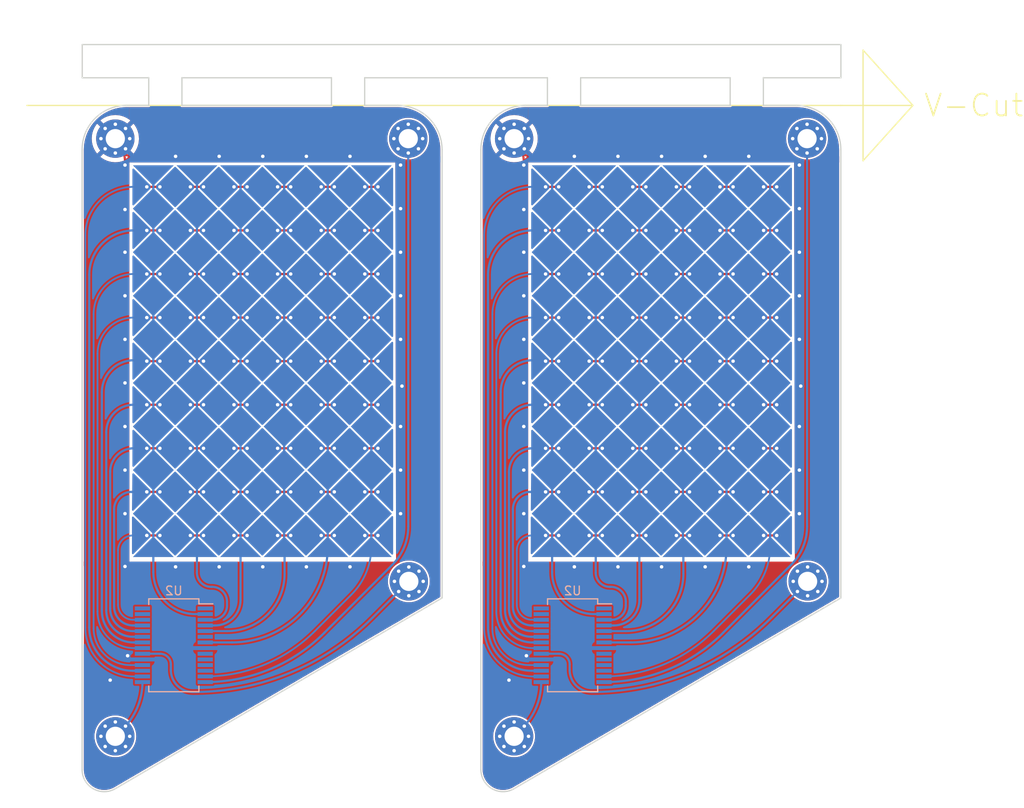
<source format=kicad_pcb>
(kicad_pcb (version 20211014) (generator pcbnew)
  (layers (0 "F.Cu" signal) (31 "B.Cu" signal) (34 "B.Paste" user) (35 "F.Paste" user) (36 "B.SilkS" user "B.Silkscreen") (37 "F.SilkS" user "F.Silkscreen") (38 "B.Mask" user) (39 "F.Mask" user) (44 "Edge.Cuts" user))
  (net 0 "")
  (net 1 "/X0")
  (net 2 "/X1")
  (net 3 "/X2")
  (net 4 "/X3")
  (net 5 "/X4")
  (net 6 "/X5")
  (net 7 "/Y3")
  (net 8 "/Y4")
  (net 9 "/Y5")
  (net 10 "/Y6")
  (net 11 "Net-(U2-Pad6)")
  (net 12 "/Y7")
  (net 13 "Net-(U2-Pad9)")
  (net 14 "Net-(U2-Pad10)")
  (net 15 "/Y8")
  (net 16 "/Y0")
  (net 17 "/Y1")
  (net 18 "/Y2")
  (net 19 "Net-(U2-Pad27)")
  (net 20 "Net-(U2-Pad28)")
  (net 21 "GND")
  (net 22 "VCC")
  (net 23 "/INT")
  (net 24 "/SDA")
  (net 25 "/SCL")
  (net 26 "/SYNC")
  (net 27 "/RESET")
  (footprint "MountingHole:MountingHole_2.2mm_M2_Pad_Via" (layer "F.Cu") (at 109.2925 167.24)
    (fp_text reference "J4" hide)
    (fp_text value "Conn_01x01")
  )
  (footprint "MountingHole:MountingHole_2.2mm_M2_Pad_Via" (layer "F.Cu") (at 155.0226 98.66)
    (fp_text reference "J5" hide)
    (fp_text value "Conn_01x01")
  )
  (footprint "MountingHole:MountingHole_2.2mm_M2_Pad_Via" (layer "F.Cu") (at 188.6776 149.46)
    (fp_text reference "J4" hide)
    (fp_text value "Conn_01x01")
  )
  (footprint "MountingHole:MountingHole_2.2mm_M2_Pad_Via" (layer "F.Cu") (at 155.0226 167.24)
    (fp_text reference "J4" hide)
    (fp_text value "Conn_01x01")
  )
  (footprint "MountingHole:MountingHole_2.2mm_M2_Pad_Via" (layer "F.Cu") (at 142.884 98.66)
    (fp_text reference "J3" hide)
    (fp_text value "Conn_01x01")
  )
  (footprint "MountingHole:MountingHole_2.2mm_M2_Pad_Via" (layer "F.Cu") (at 142.9475 149.46)
    (fp_text reference "J4" hide)
    (fp_text value "Conn_01x01")
  )
  (footprint "MountingHole:MountingHole_2.2mm_M2_Pad_Via" (layer "F.Cu") (at 188.6141 98.66)
    (fp_text reference "J3" hide)
    (fp_text value "Conn_01x01")
  )
  (footprint "MountingHole:MountingHole_2.2mm_M2_Pad_Via" (layer "F.Cu") (at 109.2925 98.66)
    (fp_text reference "J5" hide)
    (fp_text value "Conn_01x01")
  )
  (footprint "Keyboard:diamond_top_edge" (layer "B.Cu") (at 113.65 144.242 180)
    (fp_text reference "P1" hide)
    (fp_text value "Diamond_Edge")
  )
  (footprint "Keyboard:diamond_top_edge" (layer "B.Cu") (at 118.65 144.2045 180)
    (fp_text reference "P2" hide)
    (fp_text value "Diamond_Edge")
  )
  (footprint "Keyboard:diamond_top_edge" (layer "B.Cu") (at 123.65 144.2045 180)
    (fp_text reference "P3" hide)
    (fp_text value "Diamond_Edge")
  )
  (footprint "Keyboard:diamond_top_edge" (layer "B.Cu") (at 128.65 144.2045 180)
    (fp_text reference "P4" hide)
    (fp_text value "Diamond_Edge")
  )
  (footprint "Keyboard:diamond_top_edge" (layer "B.Cu") (at 133.65 144.2045 180)
    (fp_text reference "P5" hide)
    (fp_text value "Diamond_Edge")
  )
  (footprint "Keyboard:diamond_top_edge" (layer "B.Cu") (at 138.65 144.2045 180)
    (fp_text reference "P6" hide)
    (fp_text value "Diamond_Edge")
  )
  (footprint "Keyboard:diamond_top_5mm" (layer "B.Cu") (at 113.65 106.692 90)
    (fp_text reference "P7" hide)
    (fp_text value "Diamond")
  )
  (footprint "Keyboard:diamond_top_5mm" (layer "B.Cu") (at 118.65 106.692 90)
    (fp_text reference "P8" hide)
    (fp_text value "Diamond")
  )
  (footprint "Keyboard:diamond_top_5mm" (layer "B.Cu") (at 123.65 106.692 90)
    (fp_text reference "P9" hide)
    (fp_text value "Diamond")
  )
  (footprint "Keyboard:diamond_top_5mm" (layer "B.Cu") (at 128.65 106.692 90)
    (fp_text reference "P10" hide)
    (fp_text value "Diamond")
  )
  (footprint "Keyboard:diamond_top_5mm" (layer "B.Cu") (at 133.65 106.692 90)
    (fp_text reference "P11" hide)
    (fp_text value "Diamond")
  )
  (footprint "Keyboard:diamond_top_5mm" (layer "B.Cu") (at 138.65 106.692 90)
    (fp_text reference "P12" hide)
    (fp_text value "Diamond")
  )
  (footprint "Keyboard:diamond_top_edge" (layer "B.Cu") (at 113.65 104.142)
    (fp_text reference "P1" hide)
    (fp_text value "Diamond_Edge")
  )
  (footprint "Keyboard:diamond_top_edge" (layer "B.Cu") (at 118.65 104.142)
    (fp_text reference "P2" hide)
    (fp_text value "Diamond_Edge")
  )
  (footprint "Keyboard:diamond_top_edge" (layer "B.Cu") (at 123.65 104.142)
    (fp_text reference "P3" hide)
    (fp_text value "Diamond_Edge")
  )
  (footprint "Keyboard:diamond_top_edge" (layer "B.Cu") (at 128.65 104.142)
    (fp_text reference "P4" hide)
    (fp_text value "Diamond_Edge")
  )
  (footprint "Keyboard:diamond_top_edge" (layer "B.Cu") (at 133.65 104.142)
    (fp_text reference "P5" hide)
    (fp_text value "Diamond_Edge")
  )
  (footprint "Keyboard:diamond_top_edge" (layer "B.Cu") (at 138.65 104.142)
    (fp_text reference "P6" hide)
    (fp_text value "Diamond_Edge")
  )
  (footprint "Housings_SSOP:SSOP-28_5.3x10.2mm_Pitch0.65mm" (layer "B.Cu") (at 116 156.792 180)
    (fp_text reference "U2")
    (fp_text value "MTCH6102_SSOP")
  )
  (footprint "Keyboard:diamond_top_5mm" (layer "B.Cu") (at 164.3801 126.692 90)
    (fp_text reference "P32" hide)
    (fp_text value "Diamond")
  )
  (footprint "Keyboard:diamond_top_5mm" (layer "B.Cu") (at 159.3801 121.692 90)
    (fp_text reference "P25" hide)
    (fp_text value "Diamond")
  )
  (footprint "Keyboard:diamond_top_5mm" (layer "B.Cu") (at 159.3801 111.692 90)
    (fp_text reference "P13" hide)
    (fp_text value "Diamond")
  )
  (footprint "Keyboard:diamond_top_5mm" (layer "B.Cu") (at 133.65 111.692 90)
    (fp_text reference "P17" hide)
    (fp_text value "Diamond")
  )
  (footprint "Keyboard:diamond_top_5mm" (layer "B.Cu") (at 138.65 131.692 90)
    (fp_text reference "P42" hide)
    (fp_text value "Diamond")
  )
  (footprint "Keyboard:diamond_top_5mm" (layer "B.Cu") (at 113.65 116.692 90)
    (fp_text reference "P19" hide)
    (fp_text value "Diamond")
  )
  (footprint "Keyboard:diamond_top_5mm" (layer "B.Cu") (at 113.65 141.692 90)
    (fp_text reference "P49" hide)
    (fp_text value "Diamond")
  )
  (footprint "Keyboard:diamond_top_5mm" (layer "B.Cu") (at 184.3801 111.692 90)
    (fp_text reference "P18" hide)
    (fp_text value "Diamond")
  )
  (footprint "Keyboard:diamond_top_5mm" (layer "B.Cu") (at 179.3801 116.692 90)
    (fp_text reference "P23" hide)
    (fp_text value "Diamond")
  )
  (footprint "Keyboard:diamond_top_5mm" (layer "B.Cu") (at 169.3801 136.692 90)
    (fp_text reference "P45" hide)
    (fp_text value "Diamond")
  )
  (footprint "Keyboard:diamond_top_5mm" (layer "B.Cu") (at 128.65 116.692 90)
    (fp_text reference "P22" hide)
    (fp_text value "Diamond")
  )
  (footprint "Keyboard:diamond_top_5mm" (layer "B.Cu") (at 169.3801 131.692 90)
    (fp_text reference "P39" hide)
    (fp_text value "Diamond")
  )
  (footprint "Keyboard:diamond_top_edge" (layer "B.Cu") (at 179.3801 104.142)
    (fp_text reference "P5" hide)
    (fp_text value "Diamond_Edge")
  )
  (footprint "Keyboard:diamond_top_edge" (layer "B.Cu") (at 184.3801 104.142)
    (fp_text reference "P6" hide)
    (fp_text value "Diamond_Edge")
  )
  (footprint "Keyboard:diamond_top_5mm" (layer "B.Cu") (at 164.3801 111.692 90)
    (fp_text reference "P14" hide)
    (fp_text value "Diamond")
  )
  (footprint "Keyboard:diamond_top_5mm" (layer "B.Cu") (at 118.65 141.692 90)
    (fp_text reference "P50" hide)
    (fp_text value "Diamond")
  )
  (footprint "Keyboard:diamond_top_5mm" (layer "B.Cu") (at 123.65 111.692 90)
    (fp_text reference "P15" hide)
    (fp_text value "Diamond")
  )
  (footprint "Keyboard:diamond_top_5mm" (layer "B.Cu") (at 174.3801 106.692 90)
    (fp_text reference "P10" hide)
    (fp_text value "Diamond")
  )
  (footprint "Keyboard:diamond_top_5mm" (layer "B.Cu") (at 164.3801 141.692 90)
    (fp_text reference "P50" hide)
    (fp_text value "Diamond")
  )
  (footprint "Keyboard:diamond_top_5mm" (layer "B.Cu") (at 174.3801 136.692 90)
    (fp_text reference "P46" hide)
    (fp_text value "Diamond")
  )
  (footprint "Keyboard:diamond_top_5mm" (layer "B.Cu") (at 164.3801 116.692 90)
    (fp_text reference "P20" hide)
    (fp_text value "Diamond")
  )
  (footprint "Keyboard:diamond_top_5mm" (layer "B.Cu") (at 128.65 126.692 90)
    (fp_text reference "P34" hide)
    (fp_text value "Diamond")
  )
  (footprint "Keyboard:diamond_top_5mm" (layer "B.Cu") (at 159.3801 116.692 90)
    (fp_text reference "P19" hide)
    (fp_text value "Diamond")
  )
  (footprint "Keyboard:diamond_top_edge" (layer "B.Cu") (at 174.3801 104.142)
    (fp_text reference "P4" hide)
    (fp_text value "Diamond_Edge")
  )
  (footprint "Keyboard:diamond_top_5mm" (layer "B.Cu") (at 174.3801 131.692 90)
    (fp_text reference "P40" hide)
    (fp_text value "Diamond")
  )
  (footprint "Keyboard:diamond_top_5mm" (layer "B.Cu") (at 179.3801 141.692 90)
    (fp_text reference "P53" hide)
    (fp_text value "Diamond")
  )
  (footprint "Keyboard:diamond_top_5mm" (layer "B.Cu") (at 184.3801 131.692 90)
    (fp_text reference "P42" hide)
    (fp_text value "Diamond")
  )
  (footprint "Keyboard:diamond_top_5mm" (layer "B.Cu") (at 174.3801 141.692 90)
    (fp_text reference "P52" hide)
    (fp_text value "Diamond")
  )
  (footprint "Keyboard:diamond_top_5mm" (layer "B.Cu") (at 118.65 136.692 90)
    (fp_text reference "P44" hide)
    (fp_text value "Diamond")
  )
  (footprint "Keyboard:diamond_top_5mm" (layer "B.Cu") (at 118.65 121.692 90)
    (fp_text reference "P26" hide)
    (fp_text value "Diamond")
  )
  (footprint "Keyboard:diamond_top_5mm" (layer "B.Cu") (at 164.3801 131.692 90)
    (fp_text reference "P38" hide)
    (fp_text value "Diamond")
  )
  (footprint "Keyboard:diamond_top_5mm" (layer "B.Cu") (at 159.3801 136.692 90)
    (fp_text reference "P43" hide)
    (fp_text value "Diamond")
  )
  (footprint "Keyboard:diamond_top_5mm" (layer "B.Cu") (at 179.3801 111.692 90)
    (fp_text reference "P17" hide)
    (fp_text value "Diamond")
  )
  (footprint "Keyboard:diamond_top_5mm" (layer "B.Cu") (at 174.3801 126.692 90)
    (fp_text reference "P34" hide)
    (fp_text value "Diamond")
  )
  (footprint "Keyboard:diamond_top_5mm" (layer "B.Cu") (at 184.3801 106.692 90)
    (fp_text reference "P12" hide)
    (fp_text value "Diamond")
  )
  (footprint "Keyboard:diamond_top_5mm" (layer "B.Cu") (at 113.65 121.692 90)
    (fp_text reference "P25" hide)
    (fp_text value "Diamond")
  )
  (footprint "Keyboard:diamond_top_5mm" (layer "B.Cu") (at 133.65 136.692 90)
    (fp_text reference "P47" hide)
    (fp_text value "Diamond")
  )
  (footprint "Keyboard:diamond_top_5mm" (layer "B.Cu") (at 169.3801 141.692 90)
    (fp_text reference "P51" hide)
    (fp_text value "Diamond")
  )
  (footprint "Keyboard:diamond_top_5mm" (layer "B.Cu") (at 128.65 131.692 90)
    (fp_text reference "P40" hide)
    (fp_text value "Diamond")
  )
  (footprint "Keyboard:diamond_top_5mm" (layer "B.Cu") (at 179.3801 131.692 90)
    (fp_text reference "P41" hide)
    (fp_text value "Diamond")
  )
  (footprint "Keyboard:diamond_top_edge" (layer "B.Cu") (at 179.3801 144.2045 180)
    (fp_text reference "P5" hide)
    (fp_text value "Diamond_Edge")
  )
  (footprint "Keyboard:diamond_top_5mm" (layer "B.Cu") (at 159.3801 126.692 90)
    (fp_text reference "P31" hide)
    (fp_text value "Diamond")
  )
  (footprint "Keyboard:diamond_top_5mm" (layer "B.Cu") (at 169.3801 106.692 90)
    (fp_text reference "P9" hide)
    (fp_text value "Diamond")
  )
  (footprint "Keyboard:diamond_top_5mm" (layer "B.Cu") (at 184.3801 141.692 90)
    (fp_text reference "P54" hide)
    (fp_text value "Diamond")
  )
  (footprint "Keyboard:diamond_top_5mm" (layer "B.Cu") (at 138.65 121.692 90)
    (fp_text reference "P30" hide)
    (fp_text value "Diamond")
  )
  (footprint "Keyboard:diamond_top_5mm" (layer "B.Cu") (at 138.65 111.692 90)
    (fp_text reference "P18" hide)
    (fp_text value "Diamond")
  )
  (footprint "Keyboard:diamond_top_5mm" (layer "B.Cu") (at 133.65 116.692 90)
    (fp_text reference "P23" hide)
    (fp_text value "Diamond")
  )
  (footprint "Keyboard:diamond_top_5mm" (layer "B.Cu") (at 118.65 126.692 90)
    (fp_text reference "P32" hide)
    (fp_text value "Diamond")
  )
  (footprint "Keyboard:diamond_top_5mm" (layer "B.Cu") (at 138.65 141.692 90)
    (fp_text reference "P54" hide)
    (fp_text value "Diamond")
  )
  (footprint "Keyboard:diamond_top_edge" (layer "B.Cu") (at 174.3801 144.2045 180)
    (fp_text reference "P4" hide)
    (fp_text value "Diamond_Edge")
  )
  (footprint "Keyboard:diamond_top_5mm" (layer "B.Cu") (at 133.65 141.692 90)
    (fp_text reference "P53" hide)
    (fp_text value "Diamond")
  )
  (footprint "Keyboard:diamond_top_edge" (layer "B.Cu") (at 184.3801 144.2045 180)
    (fp_text reference "P6" hide)
    (fp_text value "Diamond_Edge")
  )
  (footprint "Keyboard:diamond_top_5mm" (layer "B.Cu") (at 123.65 126.692 90)
    (fp_text reference "P33" hide)
    (fp_text value "Diamond")
  )
  (footprint "Keyboard:diamond_top_edge" (layer "B.Cu") (at 164.3801 144.2045 180)
    (fp_text reference "P2" hide)
    (fp_text value "Diamond_Edge")
  )
  (footprint "Keyboard:diamond_top_5mm" (layer "B.Cu") (at 118.65 116.692 90)
    (fp_text reference "P20" hide)
    (fp_text value "Diamond")
  )
  (footprint "Keyboard:diamond_top_5mm" (layer "B.Cu") (at 123.65 121.692 90)
    (fp_text reference "P27" hide)
    (fp_text value "Diamond")
  )
  (footprint "Keyboard:diamond_top_5mm" (layer "B.Cu") (at 159.3801 131.692 90)
    (fp_text reference "P37" hide)
    (fp_text value "Diamond")
  )
  (footprint "Keyboard:diamond_top_5mm" (layer "B.Cu") (at 123.65 141.692 90)
    (fp_text reference "P51" hide)
    (fp_text value "Diamond")
  )
  (footprint "Keyboard:diamond_top_5mm" (layer "B.Cu") (at 113.65 126.692 90)
    (fp_text reference "P31" hide)
    (fp_text value "Diamond")
  )
  (footprint "Housings_SSOP:SSOP-28_5.3x10.2mm_Pitch0.65mm" (layer "B.Cu") (at 161.7301 156.792 180)
    (fp_text reference "U2")
    (fp_text value "MTCH6102_SSOP")
  )
  (footprint "Keyboard:diamond_top_5mm" (layer "B.Cu") (at 169.3801 111.692 90)
    (fp_text reference "P15" hide)
    (fp_text value "Diamond")
  )
  (footprint "Keyboard:diamond_top_5mm" (layer "B.Cu") (at 138.65 136.692 90)
    (fp_text reference "P48" hide)
    (fp_text value "Diamond")
  )
  (footprint "Keyboard:diamond_top_5mm" (layer "B.Cu") (at 184.3801 116.692 90)
    (fp_text reference "P24" hide)
    (fp_text value "Diamond")
  )
  (footprint "Keyboard:diamond_top_5mm" (layer "B.Cu") (at 113.65 111.692 90)
    (fp_text reference "P13" hide)
    (fp_text value "Diamond")
  )
  (footprint "Keyboard:diamond_top_5mm" (layer "B.Cu") (at 179.3801 106.692 90)
    (fp_text reference "P11" hide)
    (fp_text value "Diamond")
  )
  (footprint "Keyboard:diamond_top_5mm" (layer "B.Cu") (at 159.3801 141.692 90)
    (fp_text reference "P49" hide)
    (fp_text value "Diamond")
  )
  (footprint "Keyboard:diamond_top_5mm" (layer "B.Cu") (at 113.65 136.692 90)
    (fp_text reference "P43" hide)
    (fp_text value "Diamond")
  )
  (footprint "Keyboard:diamond_top_5mm" (layer "B.Cu") (at 123.65 136.692 90)
    (fp_text reference "P45" hide)
    (fp_text value "Diamond")
  )
  (footprint "Keyboard:diamond_top_5mm" (layer "B.Cu") (at 118.65 131.692 90)
    (fp_text reference "P38" hide)
    (fp_text value "Diamond")
  )
  (footprint "Keyboard:diamond_top_5mm" (layer "B.Cu") (at 128.65 121.692 90)
    (fp_text reference "P28" hide)
    (fp_text value "Diamond")
  )
  (footprint "Keyboard:diamond_top_5mm" (layer "B.Cu") (at 179.3801 136.692 90)
    (fp_text reference "P47" hide)
    (fp_text value "Diamond")
  )
  (footprint "Keyboard:diamond_top_5mm" (layer "B.Cu") (at 123.65 131.692 90)
    (fp_text reference "P39" hide)
    (fp_text value "Diamond")
  )
  (footprint "Keyboard:diamond_top_edge" (layer "B.Cu") (at 159.3801 104.142)
    (fp_text reference "P1" hide)
    (fp_text value "Diamond_Edge")
  )
  (footprint "Keyboard:diamond_top_edge" (layer "B.Cu") (at 169.3801 144.2045 180)
    (fp_text reference "P3" hide)
    (fp_text value "Diamond_Edge")
  )
  (footprint "Keyboard:diamond_top_5mm" (layer "B.Cu") (at 169.3801 116.692 90)
    (fp_text reference "P21" hide)
    (fp_text value "Diamond")
  )
  (footprint "Keyboard:diamond_top_5mm" (layer "B.Cu") (at 128.65 111.692 90)
    (fp_text reference "P16" hide)
    (fp_text value "Diamond")
  )
  (footprint "Keyboard:diamond_top_5mm" (layer "B.Cu") (at 133.65 126.692 90)
    (fp_text reference "P35" hide)
    (fp_text value "Diamond")
  )
  (footprint "Keyboard:diamond_top_5mm" (layer "B.Cu") (at 184.3801 126.692 90)
    (fp_text reference "P36" hide)
    (fp_text value "Diamond")
  )
  (footprint "Keyboard:diamond_top_5mm" (layer "B.Cu") (at 128.65 136.692 90)
    (fp_text reference "P46" hide)
    (fp_text value "Diamond")
  )
  (footprint "Keyboard:diamond_top_5mm" (layer "B.Cu") (at 184.3801 121.692 90)
    (fp_text reference "P30" hide)
    (fp_text value "Diamond")
  )
  (footprint "Keyboard:diamond_top_5mm" (layer "B.Cu") (at 179.3801 126.692 90)
    (fp_text reference "P35" hide)
    (fp_text value "Diamond")
  )
  (footprint "Keyboard:diamond_top_5mm" (layer "B.Cu") (at 118.65 111.692 90)
    (fp_text reference "P14" hide)
    (fp_text value "Diamond")
  )
  (footprint "Keyboard:diamond_top_5mm" (layer "B.Cu") (at 174.3801 116.692 90)
    (fp_text reference "P22" hide)
    (fp_text value "Diamond")
  )
  (footprint "Keyboard:diamond_top_5mm" (layer "B.Cu") (at 179.3801 121.692 90)
    (fp_text reference "P29" hide)
    (fp_text value "Diamond")
  )
  (footprint "Keyboard:diamond_top_5mm" (layer "B.Cu") (at 128.65 141.692 90)
    (fp_text reference "P52" hide)
    (fp_text value "Diamond")
  )
  (footprint "Keyboard:diamond_top_5mm" (layer "B.Cu") (at 138.65 126.692 90)
    (fp_text reference "P36" hide)
    (fp_text value "Diamond")
  )
  (footprint "Keyboard:diamond_top_edge" (layer "B.Cu") (at 164.3801 104.142)
    (fp_text reference "P2" hide)
    (fp_text value "Diamond_Edge")
  )
  (footprint "Keyboard:diamond_top_edge" (layer "B.Cu") (at 169.3801 104.142)
    (fp_text reference "P3" hide)
    (fp_text value "Diamond_Edge")
  )
  (footprint "Keyboard:diamond_top_5mm" (layer "B.Cu") (at 123.65 116.692 90)
    (fp_text reference "P21" hide)
    (fp_text value "Diamond")
  )
  (footprint "Keyboard:diamond_top_5mm" (layer "B.Cu") (at 113.65 131.692 90)
    (fp_text reference "P37" hide)
    (fp_text value "Diamond")
  )
  (footprint "Keyboard:diamond_top_5mm" (layer "B.Cu") (at 133.65 121.692 90)
    (fp_text reference "P29" hide)
    (fp_text value "Diamond")
  )
  (footprint "Keyboard:diamond_top_5mm" (layer "B.Cu") (at 159.3801 106.692 90)
    (fp_text reference "P7" hide)
    (fp_text value "Diamond")
  )
  (footprint "Keyboard:diamond_top_edge" (layer "B.Cu") (at 159.3801 144.242 180)
    (fp_text reference "P1" hide)
    (fp_text value "Diamond_Edge")
  )
  (footprint "Keyboard:diamond_top_5mm" (layer "B.Cu") (at 184.3801 136.692 90)
    (fp_text reference "P48" hide)
    (fp_text value "Diamond")
  )
  (footprint "Keyboard:diamond_top_5mm" (layer "B.Cu") (at 169.3801 126.692 90)
    (fp_text reference "P33" hide)
    (fp_text value "Diamond")
  )
  (footprint "Keyboard:diamond_top_5mm" (layer "B.Cu") (at 169.3801 121.692 90)
    (fp_text reference "P27" hide)
    (fp_text value "Diamond")
  )
  (footprint "Keyboard:diamond_top_5mm" (layer "B.Cu") (at 164.3801 121.692 90)
    (fp_text reference "P26" hide)
    (fp_text value "Diamond")
  )
  (footprint "Keyboard:diamond_top_5mm" (layer "B.Cu") (at 138.65 116.692 90)
    (fp_text reference "P24" hide)
    (fp_text value "Diamond")
  )
  (footprint "Keyboard:diamond_top_5mm" (layer "B.Cu") (at 164.3801 106.692 90)
    (fp_text reference "P8" hide)
    (fp_text value "Diamond")
  )
  (footprint "Keyboard:diamond_top_5mm" (layer "B.Cu") (at 174.3801 121.692 90)
    (fp_text reference "P28" hide)
    (fp_text value "Diamond")
  )
  (footprint "Keyboard:diamond_top_5mm" (layer "B.Cu") (at 164.3801 136.692 90)
    (fp_text reference "P44" hide)
    (fp_text value "Diamond")
  )
  (footprint "Keyboard:diamond_top_5mm" (layer "B.Cu") (at 133.65 131.692 90)
    (fp_text reference "P41" hide)
    (fp_text value "Diamond")
  )
  (footprint "Keyboard:diamond_top_5mm" (layer "B.Cu") (at 174.3801 111.692 90)
    (fp_text reference "P16" hide)
    (fp_text value "Diamond")
  )
  (gr_line (start 192.495 94.85) (end 200.75 94.85) (layer "F.SilkS") (width 0.15))
  (gr_line (start 200.75 94.85) (end 195.035 101.2) (layer "F.SilkS") (width 0.15))
  (gr_line (start 195.035 88.5) (end 200.75 94.85) (layer "F.SilkS") (width 0.15))
  (gr_line (start 195.035 101.2) (end 195.035 88.5) (layer "F.SilkS") (width 0.15))
  (gr_line (start 99.15 94.85) (end 192.495 94.85) (layer "F.SilkS") (width 0.15))
  (gr_line (start 110.5625 94.85) (end 113.12 94.85) (layer "Edge.Cuts") (width 0.15))
  (gr_line (start 151.2126 171.05) (end 151.2126 99.93) (layer "Edge.Cuts") (width 0.15))
  (gr_line (start 116.93 91.675) (end 116.93 94.85) (layer "Edge.Cuts") (width 0.15))
  (gr_arc (start 141.6775 94.85) (mid 145.269602 96.337898) (end 146.7575 99.93) (layer "Edge.Cuts") (width 0.15))
  (gr_line (start 137.885 91.675) (end 158.84 91.675) (layer "Edge.Cuts") (width 0.15))
  (gr_line (start 134.075 94.85) (end 116.93 94.85) (layer "Edge.Cuts") (width 0.15))
  (gr_arc (start 109.158423 173.321845) (mid 106.687143 173.210653) (end 105.4825 171.05) (layer "Edge.Cuts") (width 0.15))
  (gr_line (start 179.8051 94.85) (end 162.6601 94.85) (layer "Edge.Cuts") (width 0.15))
  (gr_arc (start 187.4076 94.85) (mid 190.999702 96.337898) (end 192.4876 99.93) (layer "Edge.Cuts") (width 0.15))
  (gr_arc (start 105.4825 99.93) (mid 106.970398 96.337898) (end 110.5625 94.85) (layer "Edge.Cuts") (width 0.15))
  (gr_line (start 192.495 87.865) (end 105.5 87.865) (layer "Edge.Cuts") (width 0.15))
  (gr_arc (start 154.888523 173.321845) (mid 152.417243 173.210653) (end 151.2126 171.05) (layer "Edge.Cuts") (width 0.15))
  (gr_line (start 105.5 91.675) (end 113.12 91.675) (layer "Edge.Cuts") (width 0.15))
  (gr_line (start 105.4825 171.05) (end 105.4825 99.93) (layer "Edge.Cuts") (width 0.15))
  (gr_line (start 137.885 94.85) (end 137.885 91.675) (layer "Edge.Cuts") (width 0.15))
  (gr_line (start 156.2926 94.85) (end 158.8501 94.85) (layer "Edge.Cuts") (width 0.15))
  (gr_line (start 146.7575 151.365) (end 109.158423 173.321845) (layer "Edge.Cuts") (width 0.15))
  (gr_line (start 162.65 91.675) (end 162.65 94.85) (layer "Edge.Cuts") (width 0.15))
  (gr_line (start 158.84 94.85) (end 158.84 91.675) (layer "Edge.Cuts") (width 0.15))
  (gr_line (start 183.605 94.85) (end 183.605 91.675) (layer "Edge.Cuts") (width 0.15))
  (gr_line (start 113.12 94.85) (end 113.12 91.675) (layer "Edge.Cuts") (width 0.15))
  (gr_line (start 192.4876 151.365) (end 192.4876 99.93) (layer "Edge.Cuts") (width 0.15))
  (gr_line (start 162.65 91.675) (end 179.795 91.675) (layer "Edge.Cuts") (width 0.15))
  (gr_line (start 116.93 91.675) (end 134.075 91.675) (layer "Edge.Cuts") (width 0.15))
  (gr_line (start 105.5 87.865) (end 105.5 91.675) (layer "Edge.Cuts") (width 0.15))
  (gr_arc (start 151.2126 99.93) (mid 152.700498 96.337898) (end 156.2926 94.85) (layer "Edge.Cuts") (width 0.15))
  (gr_line (start 192.495 91.675) (end 192.495 87.865) (layer "Edge.Cuts") (width 0.15))
  (gr_line (start 187.4076 94.85) (end 183.6151 94.85) (layer "Edge.Cuts") (width 0.15))
  (gr_line (start 183.605 91.675) (end 192.495 91.675) (layer "Edge.Cuts") (width 0.15))
  (gr_line (start 141.6775 94.85) (end 137.885 94.85) (layer "Edge.Cuts") (width 0.15))
  (gr_line (start 146.7575 151.365) (end 146.7575 99.93) (layer "Edge.Cuts") (width 0.15))
  (gr_line (start 134.075 91.675) (end 134.075 94.85) (layer "Edge.Cuts") (width 0.15))
  (gr_line (start 192.4876 151.365) (end 154.888523 173.321845) (layer "Edge.Cuts") (width 0.15))
  (gr_line (start 179.795 91.675) (end 179.795 94.85) (layer "Edge.Cuts") (width 0.15))
  (gr_text "V-Cut" (at 207.735 94.85) (layer "F.SilkS") (effects (font (size 2.5 2.5) (thickness 0.2))))
  (segment (start 138.65 121.692) (end 138.65 116.692) (width 0.25) (layer "B.Cu") (net 1))
  (segment (start 184.3801 111.692) (end 184.3801 116.692) (width 0.25) (layer "B.Cu") (net 1))
  (segment (start 132.195034 155.149966) (end 136.385137 150.959863) (width 0.2) (layer "B.Cu") (net 1))
  (segment (start 138.65 126.692) (end 138.65 121.692) (width 0.25) (layer "B.Cu") (net 1))
  (segment (start 184.3801 145.492) (end 184.3801 141.692) (width 0.25) (layer "B.Cu") (net 1))
  (segment (start 184.3801 126.692) (end 184.3801 121.692) (width 0.25) (layer "B.Cu") (net 1))
  (segment (start 138.65 145.56002) (end 138.65 145.492) (width 0.25) (layer "B.Cu") (net 1))
  (segment (start 184.3801 141.692) (end 184.3801 136.692) (width 0.25) (layer "B.Cu") (net 1))
  (segment (start 138.65 141.692) (end 138.65 136.692) (width 0.25) (layer "B.Cu") (net 1))
  (segment (start 184.3801 145.56002) (end 184.3801 145.492) (width 0.25) (layer "B.Cu") (net 1))
  (segment (start 184.3801 136.692) (end 184.3801 131.692) (width 0.25) (layer "B.Cu") (net 1))
  (segment (start 138.65 136.692) (end 138.65 131.692) (width 0.25) (layer "B.Cu") (net 1))
  (segment (start 184.3801 121.692) (end 184.3801 116.692) (width 0.25) (layer "B.Cu") (net 1))
  (segment (start 138.65 111.692) (end 138.65 116.692) (width 0.25) (layer "B.Cu") (net 1))
  (segment (start 184.3801 102.892) (end 184.3801 106.692) (width 0.25) (layer "B.Cu") (net 1))
  (segment (start 184.3801 131.692) (end 184.3801 126.692) (width 0.25) (layer "B.Cu") (net 1))
  (segment (start 138.65 111.692) (end 138.65 106.692) (width 0.25) (layer "B.Cu") (net 1))
  (segment (start 138.65 131.692) (end 138.65 126.692) (width 0.25) (layer "B.Cu") (net 1))
  (segment (start 177.925134 155.149966) (end 182.115237 150.959863) (width 0.2) (layer "B.Cu") (net 1))
  (segment (start 184.3801 111.692) (end 184.3801 106.692) (width 0.25) (layer "B.Cu") (net 1))
  (segment (start 138.65 102.892) (end 138.65 106.692) (width 0.25) (layer "B.Cu") (net 1))
  (segment (start 138.65 145.492) (end 138.65 141.692) (width 0.25) (layer "B.Cu") (net 1))
  (arc (start 165.3301 160.367) (mid 172.146483 159.011137) (end 177.925134 155.149966) (width 0.2) (layer "B.Cu") (net 1))
  (arc (start 119.6 160.367) (mid 126.416383 159.011137) (end 132.195034 155.149966) (width 0.2) (layer "B.Cu") (net 1))
  (arc (start 182.115237 150.959863) (mid 183.791481 148.451186) (end 184.3801 145.492) (width 0.2) (layer "B.Cu") (net 1))
  (arc (start 136.385137 150.959863) (mid 138.061381 148.451186) (end 138.65 145.492) (width 0.2) (layer "B.Cu") (net 1))
  (segment (start 179.3801 121.692) (end 179.3801 126.692) (width 0.25) (layer "B.Cu") (net 2))
  (segment (start 165.3301 156.467) (end 168.4051 156.467) (width 0.25) (layer "B.Cu") (net 2))
  (segment (start 133.65 126.692) (end 133.65 131.692) (width 0.25) (layer "B.Cu") (net 2))
  (segment (start 133.65 136.692) (end 133.65 131.692) (width 0.25) (layer "B.Cu") (net 2))
  (segment (start 179.3801 141.692) (end 179.3801 136.692) (width 0.25) (layer "B.Cu") (net 2))
  (segment (start 133.65 116.692) (end 133.65 121.692) (width 0.25) (layer "B.Cu") (net 2))
  (segment (start 179.3801 126.692) (end 179.3801 131.692) (width 0.25) (layer "B.Cu") (net 2))
  (segment (start 119.6 156.467) (end 122.675 156.467) (width 0.25) (layer "B.Cu") (net 2))
  (segment (start 179.3801 116.692) (end 179.3801 121.692) (width 0.25) (layer "B.Cu") (net 2))
  (segment (start 133.65 121.692) (end 133.65 126.692) (width 0.25) (layer "B.Cu") (net 2))
  (segment (start 133.65 116.692) (end 133.65 111.692) (width 0.25) (layer "B.Cu") (net 2))
  (segment (start 133.65 145.492) (end 133.65 141.692) (width 0.25) (layer "B.Cu") (net 2))
  (segment (start 179.3801 106.692) (end 179.3801 111.692) (width 0.25) (layer "B.Cu") (net 2))
  (segment (start 179.3801 106.692) (end 179.3801 102.892) (width 0.25) (layer "B.Cu") (net 2))
  (segment (start 179.3801 145.492) (end 179.3801 141.692) (width 0.25) (layer "B.Cu") (net 2))
  (segment (start 179.3801 136.692) (end 179.3801 131.692) (width 0.25) (layer "B.Cu") (net 2))
  (segment (start 133.65 106.692) (end 133.65 102.892) (width 0.25) (layer "B.Cu") (net 2))
  (segment (start 133.65 141.692) (end 133.65 136.692) (width 0.25) (layer "B.Cu") (net 2))
  (segment (start 179.3801 116.692) (end 179.3801 111.692) (width 0.25) (layer "B.Cu") (net 2))
  (segment (start 133.65 106.692) (end 133.65 111.692) (width 0.25) (layer "B.Cu") (net 2))
  (arc (start 168.4051 156.467) (mid 176.165597 153.252497) (end 179.3801 145.492) (width 0.25) (layer "B.Cu") (net 2))
  (arc (start 122.675 156.467) (mid 130.435497 153.252497) (end 133.65 145.492) (width 0.25) (layer "B.Cu") (net 2))
  (segment (start 128.65 102.892) (end 128.65 106.692) (width 0.25) (layer "B.Cu") (net 3))
  (segment (start 128.7 148.592) (end 128.7 145.542) (width 0.25) (layer "B.Cu") (net 3))
  (segment (start 128.65 121.692) (end 128.65 126.692) (width 0.25) (layer "B.Cu") (net 3))
  (segment (start 128.65 106.692) (end 128.65 111.692) (width 0.25) (layer "B.Cu") (net 3))
  (segment (start 128.65 131.692) (end 128.65 136.692) (width 0.25) (layer "B.Cu") (net 3))
  (segment (start 174.3801 131.692) (end 174.3801 136.692) (width 0.25) (layer "B.Cu") (net 3))
  (segment (start 174.3801 106.692) (end 174.3801 111.692) (width 0.25) (layer "B.Cu") (net 3))
  (segment (start 128.65 116.692) (end 128.65 121.692) (width 0.25) (layer "B.Cu") (net 3))
  (segment (start 128.65 126.692) (end 128.65 131.692) (width 0.25) (layer "B.Cu") (net 3))
  (segment (start 128.65 145.492) (end 128.65 141.692) (width 0.25) (layer "B.Cu") (net 3))
  (segment (start 128.65 136.692) (end 128.65 141.692) (width 0.25) (layer "B.Cu") (net 3))
  (segment (start 174.3801 145.492) (end 174.3801 141.692) (width 0.25) (layer "B.Cu") (net 3))
  (segment (start 165.3301 155.167) (end 167.8551 155.167) (width 0.25) (layer "B.Cu") (net 3))
  (segment (start 174.3801 126.692) (end 174.3801 131.692) (width 0.25) (layer "B.Cu") (net 3))
  (segment (start 119.6 155.167) (end 122.125 155.167) (width 0.25) (layer "B.Cu") (net 3))
  (segment (start 174.3801 116.692) (end 174.3801 121.692) (width 0.25) (layer "B.Cu") (net 3))
  (segment (start 174.3801 111.692) (end 174.3801 116.692) (width 0.25) (layer "B.Cu") (net 3))
  (segment (start 174.3801 102.892) (end 174.3801 106.692) (width 0.25) (layer "B.Cu") (net 3))
  (segment (start 174.3801 136.692) (end 174.3801 141.692) (width 0.25) (layer "B.Cu") (net 3))
  (segment (start 174.3801 121.692) (end 174.3801 126.692) (width 0.25) (layer "B.Cu") (net 3))
  (segment (start 128.65 111.692) (end 128.65 116.692) (width 0.25) (layer "B.Cu") (net 3))
  (segment (start 174.4301 148.592) (end 174.4301 145.542) (width 0.25) (layer "B.Cu") (net 3))
  (arc (start 174.4301 145.542) (mid 174.415455 145.506645) (end 174.3801 145.492) (width 0.25) (layer "B.Cu") (net 3))
  (arc (start 128.7 145.542) (mid 128.685355 145.506645) (end 128.65 145.492) (width 0.25) (layer "B.Cu") (net 3))
  (arc (start 122.125 155.167) (mid 126.774227 153.241227) (end 128.7 148.592) (width 0.25) (layer "B.Cu") (net 3))
  (arc (start 167.8551 155.167) (mid 172.504327 153.241227) (end 174.4301 148.592) (width 0.25) (layer "B.Cu") (net 3))
  (segment (start 123.65 111.692) (end 123.65 106.692) (width 0.25) (layer "B.Cu") (net 4))
  (segment (start 169.3801 151.592) (end 169.3801 145.492) (width 0.25) (layer "B.Cu") (net 4))
  (segment (start 169.3801 116.692) (end 169.3801 111.692) (width 0.25) (layer "B.Cu") (net 4))
  (segment (start 169.3801 126.692) (end 169.3801 121.692) (width 0.25) (layer "B.Cu") (net 4))
  (segment (start 123.65 116.692) (end 123.65 111.692) (width 0.25) (layer "B.Cu") (net 4))
  (segment (start 123.65 131.692) (end 123.65 126.692) (width 0.25) (layer "B.Cu") (net 4))
  (segment (start 123.65 126.692) (end 123.65 121.692) (width 0.25) (layer "B.Cu") (net 4))
  (segment (start 169.3801 131.692) (end 169.3801 126.692) (width 0.25) (layer "B.Cu") (net 4))
  (segment (start 169.3801 136.692) (end 169.3801 131.692) (width 0.25) (layer "B.Cu") (net 4))
  (segment (start 169.3801 121.692) (end 169.3801 116.692) (width 0.25) (layer "B.Cu") (net 4))
  (segment (start 169.3801 111.692) (end 169.3801 106.692) (width 0.25) (layer "B.Cu") (net 4))
  (segment (start 119.6 154.517) (end 120.725 154.517) (width 0.25) (layer "B.Cu") (net 4))
  (segment (start 123.65 141.692) (end 123.65 136.692) (width 0.25) (layer "B.Cu") (net 4))
  (segment (start 123.65 145.492) (end 123.65 141.692) (width 0.25) (layer "B.Cu") (net 4))
  (segment (start 123.65 106.692) (end 123.65 102.892) (width 0.25) (layer "B.Cu") (net 4))
  (segment (start 123.65 151.592) (end 123.65 145.492) (width 0.25) (layer "B.Cu") (net 4))
  (segment (start 123.65 121.692) (end 123.65 116.692) (width 0.25) (layer "B.Cu") (net 4))
  (segment (start 169.3801 145.492) (end 169.3801 141.692) (width 0.25) (layer "B.Cu") (net 4))
  (segment (start 169.3801 141.692) (end 169.3801 136.692) (width 0.25) (layer "B.Cu") (net 4))
  (segment (start 123.65 136.692) (end 123.65 131.692) (width 0.25) (layer "B.Cu") (net 4))
  (segment (start 169.3801 106.692) (end 169.3801 102.892) (width 0.25) (layer "B.Cu") (net 4))
  (segment (start 165.3301 154.517) (end 166.4551 154.517) (width 0.25) (layer "B.Cu") (net 4))
  (arc (start 166.4551 154.517) (mid 168.523387 153.660287) (end 169.3801 151.592) (width 0.25) (layer "B.Cu") (net 4))
  (arc (start 120.725 154.517) (mid 122.793287 153.660287) (end 123.65 151.592) (width 0.25) (layer "B.Cu") (net 4))
  (segment (start 164.3801 148.465089) (end 164.3801 145.492) (width 0.25) (layer "B.Cu") (net 5))
  (segment (start 164.3801 126.692) (end 164.3801 131.692) (width 0.25) (layer "B.Cu") (net 5))
  (segment (start 118.65 111.692) (end 118.65 116.692) (width 0.25) (layer "B.Cu") (net 5))
  (segment (start 166.131729 150.092) (end 166.007011 150.092) (width 0.25) (layer "B.Cu") (net 5))
  (segment (start 164.3801 116.692) (end 164.3801 121.692) (width 0.25) (layer "B.Cu") (net 5))
  (segment (start 118.65 106.692) (end 118.65 111.692) (width 0.25) (layer "B.Cu") (net 5))
  (segment (start 165.3301 153.867) (end 166.201367 153.867) (width 0.25) (layer "B.Cu") (net 5))
  (segment (start 164.3801 111.692) (end 164.3801 116.692) (width 0.25) (layer "B.Cu") (net 5))
  (segment (start 118.65 121.692) (end 118.65 126.692) (width 0.25) (layer "B.Cu") (net 5))
  (segment (start 120.401629 150.092) (end 120.276911 150.092) (width 0.25) (layer "B.Cu") (net 5))
  (segment (start 164.3801 136.692) (end 164.3801 141.692) (width 0.25) (layer "B.Cu") (net 5))
  (segment (start 164.3801 102.892) (end 164.3801 106.692) (width 0.25) (layer "B.Cu") (net 5))
  (segment (start 164.3801 131.692) (end 164.3801 136.692) (width 0.25) (layer "B.Cu") (net 5))
  (segment (start 167.8301 152.238267) (end 167.8301 151.790371) (width 0.25) (layer "B.Cu") (net 5))
  (segment (start 118.65 141.692) (end 118.65 145.492) (width 0.25) (layer "B.Cu") (net 5))
  (segment (start 118.65 136.692) (end 118.65 141.692) (width 0.25) (layer "B.Cu") (net 5))
  (segment (start 164.3801 121.692) (end 164.3801 126.692) (width 0.25) (layer "B.Cu") (net 5))
  (segment (start 119.6 153.867) (end 120.471267 153.867) (width 0.25) (layer "B.Cu") (net 5))
  (segment (start 118.65 126.692) (end 118.65 131.692) (width 0.25) (layer "B.Cu") (net 5))
  (segment (start 122.1 152.238267) (end 122.1 151.790371) (width 0.25) (layer "B.Cu") (net 5))
  (segment (start 118.65 102.892) (end 118.65 106.692) (width 0.25) (layer "B.Cu") (net 5))
  (segment (start 118.65 148.465089) (end 118.65 145.492) (width 0.25) (layer "B.Cu") (net 5))
  (segment (start 164.3801 141.692) (end 164.3801 145.492) (width 0.25) (layer "B.Cu") (net 5))
  (segment (start 118.65 116.692) (end 118.65 121.692) (width 0.25) (layer "B.Cu") (net 5))
  (segment (start 118.65 131.692) (end 118.65 136.692) (width 0.25) (layer "B.Cu") (net 5))
  (segment (start 164.3801 106.692) (end 164.3801 111.692) (width 0.25) (layer "B.Cu") (net 5))
  (arc (start 122.1 151.790371) (mid 121.602559 150.589441) (end 120.401629 150.092) (width 0.25) (layer "B.Cu") (net 5))
  (arc (start 166.007011 150.092) (mid 164.856611 149.615489) (end 164.3801 148.465089) (width 0.25) (layer "B.Cu") (net 5))
  (arc (start 120.276911 150.092) (mid 119.126511 149.615489) (end 118.65 148.465089) (width 0.25) (layer "B.Cu") (net 5))
  (arc (start 167.8301 151.790371) (mid 167.332659 150.589441) (end 166.131729 150.092) (width 0.25) (layer "B.Cu") (net 5))
  (arc (start 166.201367 153.867) (mid 167.353055 153.389955) (end 167.8301 152.238267) (width 0.25) (layer "B.Cu") (net 5))
  (arc (start 120.471267 153.867) (mid 121.622955 153.389955) (end 122.1 152.238267) (width 0.25) (layer "B.Cu") (net 5))
  (segment (start 159.3801 136.692) (end 159.3801 131.692) (width 0.25) (layer "B.Cu") (net 6))
  (segment (start 113.65 121.692) (end 113.65 116.692) (width 0.25) (layer "B.Cu") (net 6))
  (segment (start 119.6 153.217) (end 118.475 153.217) (width 0.25) (layer "B.Cu") (net 6))
  (segment (start 159.3801 111.692) (end 159.3801 106.692) (width 0.25) (layer "B.Cu") (net 6))
  (segment (start 159.3801 106.692) (end 159.3801 102.892) (width 0.25) (layer "B.Cu") (net 6))
  (segment (start 159.3801 126.692) (end 159.3801 121.692) (width 0.25) (layer "B.Cu") (net 6))
  (segment (start 159.3801 148.392) (end 159.3801 145.492) (width 0.25) (layer "B.Cu") (net 6))
  (segment (start 113.65 126.692) (end 113.65 121.692) (width 0.25) (layer "B.Cu") (net 6))
  (segment (start 159.3801 145.492) (end 159.3801 141.692) (width 0.25) (layer "B.Cu") (net 6))
  (segment (start 159.3801 116.692) (end 159.3801 111.692) (width 0.25) (layer "B.Cu") (net 6))
  (segment (start 113.65 145.492) (end 113.65 141.692) (width 0.25) (layer "B.Cu") (net 6))
  (segment (start 159.3801 121.692) (end 159.3801 116.692) (width 0.25) (layer "B.Cu") (net 6))
  (segment (start 113.65 148.392) (end 113.65 145.492) (width 0.25) (layer "B.Cu") (net 6))
  (segment (start 113.65 136.692) (end 113.65 131.692) (width 0.25) (layer "B.Cu") (net 6))
  (segment (start 113.65 111.692) (end 113.65 106.692) (width 0.25) (layer "B.Cu") (net 6))
  (segment (start 113.65 131.692) (end 113.65 126.692) (width 0.25) (layer "B.Cu") (net 6))
  (segment (start 165.3301 153.217) (end 164.2051 153.217) (width 0.25) (layer "B.Cu") (net 6))
  (segment (start 113.65 141.692) (end 113.65 136.692) (width 0.25) (layer "B.Cu") (net 6))
  (segment (start 113.65 106.692) (end 113.65 102.892) (width 0.25) (layer "B.Cu") (net 6))
  (segment (start 113.65 116.692) (end 113.65 111.692) (width 0.25) (layer "B.Cu") (net 6))
  (segment (start 159.3801 141.692) (end 159.3801 136.692) (width 0.25) (layer "B.Cu") (net 6))
  (segment (start 159.3801 131.692) (end 159.3801 126.692) (width 0.25) (layer "B.Cu") (net 6))
  (arc (start 164.2051 153.217) (mid 160.79331 151.80379) (end 159.3801 148.392) (width 0.25) (layer "B.Cu") (net 6))
  (arc (start 159.3551 145.552355) (mid 159.361597 145.519691) (end 159.3801 145.492) (width 0.25) (layer "B.Cu") (net 6))
  (arc (start 113.625 145.552355) (mid 113.631497 145.519691) (end 113.65 145.492) (width 0.25) (layer "B.Cu") (net 6))
  (arc (start 118.475 153.217) (mid 115.06321 151.80379) (end 113.65 148.392) (width 0.25) (layer "B.Cu") (net 6))
  (segment (start 168.6301 119.192) (end 170.1301 119.192) (width 0.25) (layer "F.Cu") (net 7))
  (segment (start 137.9 119.192) (end 139.4 119.192) (width 0.25) (layer "F.Cu") (net 7))
  (segment (start 158.6301 119.192) (end 160.1301 119.192) (width 0.25) (layer "F.Cu") (net 7))
  (segment (start 122.9 119.192) (end 124.4 119.192) (width 0.25) (layer "F.Cu") (net 7))
  (segment (start 183.6301 119.192) (end 185.1301 119.192) (width 0.25) (layer "F.Cu") (net 7))
  (segment (start 178.6301 119.192) (end 180.1301 119.192) (width 0.25) (layer "F.Cu") (net 7))
  (segment (start 112.9 119.192) (end 114.4 119.192) (width 0.25) (layer "F.Cu") (net 7))
  (segment (start 163.6301 119.192) (end 165.1301 119.192) (width 0.25) (layer "F.Cu") (net 7))
  (segment (start 117.9 119.192) (end 119.4 119.192) (width 0.25) (layer "F.Cu") (net 7))
  (segment (start 127.9 119.192) (end 129.4 119.192) (width 0.25) (layer "F.Cu") (net 7))
  (segment (start 132.9 119.192) (end 134.4 119.192) (width 0.25) (layer "F.Cu") (net 7))
  (segment (start 173.6301 119.192) (end 175.1301 119.192) (width 0.25) (layer "F.Cu") (net 7))
  (via (at 173.6301 119.192) (size 0.8) (drill 0.4) (layers "F.Cu" "B.Cu") (net 7))
  (via (at 122.9 119.192) (size 0.8) (drill 0.4) (layers "F.Cu" "B.Cu") (net 7))
  (via (at 168.6301 119.192) (size 0.8) (drill 0.4) (layers "F.Cu" "B.Cu") (net 7))
  (via (at 117.9 119.192) (size 0.8) (drill 0.4) (layers "F.Cu" "B.Cu") (net 7))
  (via (at 160.1301 119.192) (size 0.8) (drill 0.4) (layers "F.Cu" "B.Cu") (net 7))
  (via (at 114.4 119.192) (size 0.8) (drill 0.4) (layers "F.Cu" "B.Cu") (net 7))
  (via (at 163.6301 119.192) (size 0.8) (drill 0.4) (layers "F.Cu" "B.Cu") (net 7))
  (via (at 134.4 119.192) (size 0.8) (drill 0.4) (layers "F.Cu" "B.Cu") (net 7))
  (via (at 119.4 119.192) (size 0.8) (drill 0.4) (layers "F.Cu" "B.Cu") (net 7))
  (via (at 124.4 119.192) (size 0.8) (drill 0.4) (layers "F.Cu" "B.Cu") (net 7))
  (via (at 137.9 119.192) (size 0.8) (drill 0.4) (layers "F.Cu" "B.Cu") (net 7))
  (via (at 170.1301 119.192) (size 0.8) (drill 0.4) (layers "F.Cu" "B.Cu") (net 7))
  (via (at 112.9 119.192) (size 0.8) (drill 0.4) (layers "F.Cu" "B.Cu") (net 7))
  (via (at 165.1301 119.192) (size 0.8) (drill 0.4) (layers "F.Cu" "B.Cu") (net 7))
  (via (at 180.1301 119.192) (size 0.8) (drill 0.4) (layers "F.Cu" "B.Cu") (net 7))
  (via (at 139.4 119.192) (size 0.8) (drill 0.4) (layers "F.Cu" "B.Cu") (net 7))
  (via (at 175.1301 119.192) (size 0.8) (drill 0.4) (layers "F.Cu" "B.Cu") (net 7))
  (via (at 178.6301 119.192) (size 0.8) (drill 0.4) (layers "F.Cu" "B.Cu") (net 7))
  (via (at 183.6301 119.192) (size 0.8) (drill 0.4) (layers "F.Cu" "B.Cu") (net 7))
  (via (at 127.9 119.192) (size 0.8) (drill 0.4) (layers "F.Cu" "B.Cu") (net 7))
  (via (at 129.4 119.192) (size 0.8) (drill 0.4) (layers "F.Cu" "B.Cu") (net 7))
  (via (at 185.1301 119.192) (size 0.8) (drill 0.4) (layers "F.Cu" "B.Cu") (net 7))
  (via (at 158.6301 119.192) (size 0.8) (drill 0.4) (layers "F.Cu" "B.Cu") (net 7))
  (via (at 132.9 119.192) (size 0.8) (drill 0.4) (layers "F.Cu" "B.Cu") (net 7))
  (segment (start 107.25 152.922973) (end 107.25 123.342) (width 0.2) (layer "B.Cu") (net 7))
  (segment (start 180.1301 119.192) (end 183.6301 119.192) (width 0.25) (layer "B.Cu") (net 7))
  (segment (start 129.4 119.192) (end 132.9 119.192) (width 0.25) (layer "B.Cu") (net 7))
  (segment (start 157.1301 119.192) (end 158.6301 119.192) (width 0.25) (layer "B.Cu") (net 7))
  (segment (start 119.4 119.192) (end 122.9 119.192) (width 0.25) (layer "B.Cu") (net 7))
  (segment (start 112.4 157.117) (end 111.444027 157.117) (width 0.2) (layer "B.Cu") (net 7))
  (segment (start 124.4 119.192) (end 127.9 119.192) (width 0.25) (layer "B.Cu") (net 7))
  (segment (start 158.1301 157.117) (end 157.174127 157.117) (width 0.2) (layer "B.Cu") (net 7))
  (segment (start 160.1301 119.192) (end 163.6301 119.192) (width 0.25) (layer "B.Cu") (net 7))
  (segment (start 170.1301 119.192) (end 173.6301 119.192) (width 0.25) (layer "B.Cu") (net 7))
  (segment (start 165.1301 119.192) (end 168.6301 119.192) (width 0.25) (layer "B.Cu") (net 7))
  (segment (start 134.4 119.192) (end 137.9 119.192) (width 0.25) (layer "B.Cu") (net 7))
  (segment (start 175.1301 119.192) (end 178.6301 119.192) (width 0.25) (layer "B.Cu") (net 7))
  (segment (start 152.9801 152.922973) (end 152.9801 123.342) (width 0.2) (layer "B.Cu") (net 7))
  (segment (start 111.4 119.192) (end 112.9 119.192) (width 0.25) (layer "B.Cu") (net 7))
  (segment (start 114.4 119.192) (end 117.9 119.192) (width 0.25) (layer "B.Cu") (net 7))
  (arc (start 157.174127 157.117) (mid 154.208502 155.888598) (end 152.9801 152.922973) (width 0.2) (layer "B.Cu") (net 7))
  (arc (start 152.9801 123.342) (mid 154.195607 120.407507) (end 157.1301 119.192) (width 0.2) (layer "B.Cu") (net 7))
  (arc (start 111.444027 157.117) (mid 108.478402 155.888598) (end 107.25 152.922973) (width 0.2) (layer "B.Cu") (net 7))
  (arc (start 107.25 123.342) (mid 108.465507 120.407507) (end 111.4 119.192) (width 0.2) (layer "B.Cu") (net 7))
  (segment (start 168.6301 124.192) (end 170.1301 124.192) (width 0.25) (layer "F.Cu") (net 8))
  (segment (start 137.9 124.192) (end 139.4 124.192) (width 0.25) (layer "F.Cu") (net 8))
  (segment (start 112.9 124.192) (end 114.4 124.192) (width 0.25) (layer "F.Cu") (net 8))
  (segment (start 173.6301 124.192) (end 175.1301 124.192) (width 0.25) (layer "F.Cu") (net 8))
  (segment (start 183.6301 124.192) (end 185.1301 124.192) (width 0.25) (layer "F.Cu") (net 8))
  (segment (start 117.9 124.192) (end 119.4 124.192) (width 0.25) (layer "F.Cu") (net 8))
  (segment (start 127.9 124.192) (end 129.4 124.192) (width 0.25) (layer "F.Cu") (net 8))
  (segment (start 122.9 124.192) (end 124.4 124.192) (width 0.25) (layer "F.Cu") (net 8))
  (segment (start 158.6301 124.192) (end 160.1301 124.192) (width 0.25) (layer "F.Cu") (net 8))
  (segment (start 132.9 124.192) (end 134.4 124.192) (width 0.25) (layer "F.Cu") (net 8))
  (segment (start 163.6301 124.192) (end 165.1301 124.192) (width 0.25) (layer "F.Cu") (net 8))
  (segment (start 178.6301 124.192) (end 180.1301 124.192) (width 0.25) (layer "F.Cu") (net 8))
  (via (at 158.6301 124.192) (size 0.8) (drill 0.4) (layers "F.Cu" "B.Cu") (net 8))
  (via (at 160.1301 124.192) (size 0.8) (drill 0.4) (layers "F.Cu" "B.Cu") (net 8))
  (via (at 139.4 124.192) (size 0.8) (drill 0.4) (layers "F.Cu" "B.Cu") (net 8))
  (via (at 183.6301 124.192) (size 0.8) (drill 0.4) (layers "F.Cu" "B.Cu") (net 8))
  (via (at 112.9 124.192) (size 0.8) (drill 0.4) (layers "F.Cu" "B.Cu") (net 8))
  (via (at 134.4 124.192) (size 0.8) (drill 0.4) (layers "F.Cu" "B.Cu") (net 8))
  (via (at 137.9 124.192) (size 0.8) (drill 0.4) (layers "F.Cu" "B.Cu") (net 8))
  (via (at 127.9 124.192) (size 0.8) (drill 0.4) (layers "F.Cu" "B.Cu") (net 8))
  (via (at 170.1301 124.192) (size 0.8) (drill 0.4) (layers "F.Cu" "B.Cu") (net 8))
  (via (at 168.6301 124.192) (size 0.8) (drill 0.4) (layers "F.Cu" "B.Cu") (net 8))
  (via (at 180.1301 124.192) (size 0.8) (drill 0.4) (layers "F.Cu" "B.Cu") (net 8))
  (via (at 175.1301 124.192) (size 0.8) (drill 0.4) (layers "F.Cu" "B.Cu") (net 8))
  (via (at 129.4 124.192) (size 0.8) (drill 0.4) (layers "F.Cu" "B.Cu") (net 8))
  (via (at 173.6301 124.192) (size 0.8) (drill 0.4) (layers "F.Cu" "B.Cu") (net 8))
  (via (at 114.4 124.192) (size 0.8) (drill 0.4) (layers "F.Cu" "B.Cu") (net 8))
  (via (at 163.6301 124.192) (size 0.8) (drill 0.4) (layers "F.Cu" "B.Cu") (net 8))
  (via (at 117.9 124.192) (size 0.8) (drill 0.4) (layers "F.Cu" "B.Cu") (net 8))
  (via (at 119.4 124.192) (size 0.8) (drill 0.4) (layers "F.Cu" "B.Cu") (net 8))
  (via (at 165.1301 124.192) (size 0.8) (drill 0.4) (layers "F.Cu" "B.Cu") (net 8))
  (via (at 132.9 124.192) (size 0.8) (drill 0.4) (layers "F.Cu" "B.Cu") (net 8))
  (via (at 178.6301 124.192) (size 0.8) (drill 0.4) (layers "F.Cu" "B.Cu") (net 8))
  (via (at 185.1301 124.192) (size 0.8) (drill 0.4) (layers "F.Cu" "B.Cu") (net 8))
  (via (at 124.4 124.192) (size 0.8) (drill 0.4) (layers "F.Cu" "B.Cu") (net 8))
  (via (at 122.9 124.192) (size 0.8) (drill 0.4) (layers "F.Cu" "B.Cu") (net 8))
  (segment (start 157.1301 124.092) (end 158.5301 124.092) (width 0.25) (layer "B.Cu") (net 8))
  (segment (start 170.125529 124.223692) (end 173.625529 124.223692) (width 0.25) (layer "B.Cu") (net 8))
  (segment (start 129.395429 124.223692) (end 132.895429 124.223692) (width 0.25) (layer "B.Cu") (net 8))
  (segment (start 119.395429 124.223692) (end 122.895429 124.223692) (width 0.25) (layer "B.Cu") (net 8))
  (segment (start 165.125529 124.223692) (end 168.625529 124.223692) (width 0.25) (layer "B.Cu") (net 8))
  (segment (start 158.1301 156.467) (end 157.109619 156.467) (width 0.25) (layer "B.Cu") (net 8))
  (segment (start 111.4 124.092) (end 112.8 124.092) (width 0.25) (layer "B.Cu") (net 8))
  (segment (start 124.395429 124.223692) (end 127.895429 124.223692) (width 0.25) (layer "B.Cu") (net 8))
  (segment (start 158.1301 156.467) (end 157.3051 156.467) (width 0.25) (layer "B.Cu") (net 8))
  (segment (start 175.125529 124.223692) (end 178.625529 124.223692) (width 0.25) (layer "B.Cu") (net 8))
  (segment (start 112.4 156.467) (end 111.379519 156.467) (width 0.25) (layer "B.Cu") (net 8))
  (segment (start 180.125529 124.223692) (end 183.625529 124.223692) (width 0.25) (layer "B.Cu") (net 8))
  (segment (start 153.4801 152.837481) (end 153.4801 127.742) (width 0.25) (layer "B.Cu") (net 8))
  (segment (start 160.125529 124.223692) (end 163.625529 124.223692) (width 0.25) (layer "B.Cu") (net 8))
  (segment (start 107.75 152.837481) (end 107.75 127.742) (width 0.25) (layer "B.Cu") (net 8))
  (segment (start 112.4 156.467) (end 111.575 156.467) (width 0.25) (layer "B.Cu") (net 8))
  (segment (start 114.395429 124.223692) (end 117.895429 124.223692) (width 0.25) (layer "B.Cu") (net 8))
  (segment (start 134.395429 124.223692) (end 137.895429 124.223692) (width 0.25) (layer "B.Cu") (net 8))
  (arc (start 107.75 127.742) (mid 108.81906 125.16106) (end 111.4 124.092) (width 0.25) (layer "B.Cu") (net 8))
  (arc (start 111.379519 156.467) (mid 108.813062 155.403938) (end 107.75 152.837481) (width 0.25) (layer "B.Cu") (net 8))
  (arc (start 158.5301 124.092) (mid 158.600811 124.121289) (end 158.6301 124.192) (width 0.25) (layer "B.Cu") (net 8))
  (arc (start 153.4801 127.742) (mid 154.54916 125.16106) (end 157.1301 124.092) (width 0.25) (layer "B.Cu") (net 8))
  (arc (start 112.8 124.092) (mid 112.870711 124.121289) (end 112.9 124.192) (width 0.25) (layer "B.Cu") (net 8))
  (arc (start 157.109619 156.467) (mid 154.543162 155.403938) (end 153.4801 152.837481) (width 0.25) (layer "B.Cu") (net 8))
  (segment (start 158.6301 129.192) (end 160.1301 129.192) (width 0.25) (layer "F.Cu") (net 9))
  (segment (start 168.6301 129.192) (end 170.1301 129.192) (width 0.25) (layer "F.Cu") (net 9))
  (segment (start 117.9 129.192) (end 119.4 129.192) (width 0.25) (layer "F.Cu") (net 9))
  (segment (start 178.6301 129.192) (end 180.1301 129.192) (width 0.25) (layer "F.Cu") (net 9))
  (segment (start 112.9 129.192) (end 114.4 129.192) (width 0.25) (layer "F.Cu") (net 9))
  (segment (start 122.9 129.192) (end 124.4 129.192) (width 0.25) (layer "F.Cu") (net 9))
  (segment (start 163.6301 129.192) (end 165.1301 129.192) (width 0.25) (layer "F.Cu") (net 9))
  (segment (start 132.9 129.192) (end 134.4 129.192) (width 0.25) (layer "F.Cu") (net 9))
  (segment (start 137.9 129.192) (end 139.4 129.192) (width 0.25) (layer "F.Cu") (net 9))
  (segment (start 127.9 129.192) (end 129.4 129.192) (width 0.25) (layer "F.Cu") (net 9))
  (segment (start 183.6301 129.192) (end 185.1301 129.192) (width 0.25) (layer "F.Cu") (net 9))
  (segment (start 173.6301 129.192) (end 175.1301 129.192) (width 0.25) (layer "F.Cu") (net 9))
  (via (at 134.4 129.192) (size 0.8) (drill 0.4) (layers "F.Cu" "B.Cu") (net 9))
  (via (at 183.6301 129.192) (size 0.8) (drill 0.4) (layers "F.Cu" "B.Cu") (net 9))
  (via (at 170.1301 129.192) (size 0.8) (drill 0.4) (layers "F.Cu" "B.Cu") (net 9))
  (via (at 139.4 129.192) (size 0.8) (drill 0.4) (layers "F.Cu" "B.Cu") (net 9))
  (via (at 137.9 129.192) (size 0.8) (drill 0.4) (layers "F.Cu" "B.Cu") (net 9))
  (via (at 127.9 129.192) (size 0.8) (drill 0.4) (layers "F.Cu" "B.Cu") (net 9))
  (via (at 112.9 129.192) (size 0.8) (drill 0.4) (layers "F.Cu" "B.Cu") (net 9))
  (via (at 163.6301 129.192) (size 0.8) (drill 0.4) (layers "F.Cu" "B.Cu") (net 9))
  (via (at 160.1301 129.192) (size 0.8) (drill 0.4) (layers "F.Cu" "B.Cu") (net 9))
  (via (at 173.6301 129.192) (size 0.8) (drill 0.4) (layers "F.Cu" "B.Cu") (net 9))
  (via (at 132.9 129.192) (size 0.8) (drill 0.4) (layers "F.Cu" "B.Cu") (net 9))
  (via (at 119.4 129.192) (size 0.8) (drill 0.4) (layers "F.Cu" "B.Cu") (net 9))
  (via (at 178.6301 129.192) (size 0.8) (drill 0.4) (layers "F.Cu" "B.Cu") (net 9))
  (via (at 168.6301 129.192) (size 0.8) (drill 0.4) (layers "F.Cu" "B.Cu") (net 9))
  (via (at 165.1301 129.192) (size 0.8) (drill 0.4) (layers "F.Cu" "B.Cu") (net 9))
  (via (at 124.4 129.192) (size 0.8) (drill 0.4) (layers "F.Cu" "B.Cu") (net 9))
  (via (at 175.1301 129.192) (size 0.8) (drill 0.4) (layers "F.Cu" "B.Cu") (net 9))
  (via (at 117.9 129.192) (size 0.8) (drill 0.4) (layers "F.Cu" "B.Cu") (net 9))
  (via (at 129.4 129.192) (size 0.8) (drill 0.4) (layers "F.Cu" "B.Cu") (net 9))
  (via (at 114.4 129.192) (size 0.8) (drill 0.4) (layers "F.Cu" "B.Cu") (net 9))
  (via (at 180.1301 129.192) (size 0.8) (drill 0.4) (layers "F.Cu" "B.Cu") (net 9))
  (via (at 158.6301 129.192) (size 0.8) (drill 0.4) (layers "F.Cu" "B.Cu") (net 9))
  (via (at 122.9 129.192) (size 0.8) (drill 0.4) (layers "F.Cu" "B.Cu") (net 9))
  (via (at 185.1301 129.192) (size 0.8) (drill 0.4) (layers "F.Cu" "B.Cu") (net 9))
  (segment (start 175.1301 129.192) (end 178.6301 129.192) (width 0.25) (layer "B.Cu") (net 9))
  (segment (start 112.4 155.817) (end 111.300978 155.817) (width 0.25) (layer "B.Cu") (net 9))
  (segment (start 124.4 129.192) (end 127.9 129.192) (width 0.25) (layer "B.Cu") (net 9))
  (segment (start 111.4 129.192) (end 112.9 129.192) (width 0.25) (layer "B.Cu") (net 9))
  (segment (start 157.1301 129.192) (end 158.6301 129.192) (width 0.25) (layer "B.Cu") (net 9))
  (segment (start 114.4 129.192) (end 117.9 129.192) (width 0.25) (layer "B.Cu") (net 9))
  (segment (start 160.1301 129.192) (end 163.6301 129.192) (width 0.25) (layer "B.Cu") (net 9))
  (segment (start 158.1301 155.817) (end 157.031078 155.817) (width 0.25) (layer "B.Cu") (net 9))
  (segment (start 134.4 129.192) (end 137.9 129.192) (width 0.25) (layer "B.Cu") (net 9))
  (segment (start 108.25 152.766022) (end 108.25 132.342) (width 0.25) (layer "B.Cu") (net 9))
  (segment (start 153.9801 152.766022) (end 153.9801 132.342) (width 0.25) (layer "B.Cu") (net 9))
  (segment (start 170.1301 129.192) (end 173.6301 129.192) (width 0.25) (layer "B.Cu") (net 9))
  (segment (start 119.4 129.192) (end 122.9 129.192) (width 0.25) (layer "B.Cu") (net 9))
  (segment (start 165.1301 129.192) (end 168.6301 129.192) (width 0.25) (layer "B.Cu") (net 9))
  (segment (start 129.4 129.192) (end 132.9 129.192) (width 0.25) (layer "B.Cu") (net 9))
  (segment (start 180.1301 129.192) (end 183.6301 129.192) (width 0.25) (layer "B.Cu") (net 9))
  (arc (start 108.25 132.342) (mid 109.172614 130.114614) (end 111.4 129.192) (width 0.25) (layer "B.Cu") (net 9))
  (arc (start 111.300978 155.817) (mid 109.143611 154.923389) (end 108.25 152.766022) (width 0.25) (layer "B.Cu") (net 9))
  (arc (start 153.9801 132.342) (mid 154.902714 130.114614) (end 157.1301 129.192) (width 0.25) (layer "B.Cu") (net 9))
  (arc (start 157.031078 155.817) (mid 154.873711 154.923389) (end 153.9801 152.766022) (width 0.25) (layer "B.Cu") (net 9))
  (segment (start 183.6301 134.192) (end 185.1301 134.192) (width 0.25) (layer "F.Cu") (net 10))
  (segment (start 122.9 134.192) (end 124.4 134.192) (width 0.25) (layer "F.Cu") (net 10))
  (segment (start 112.9 134.192) (end 114.4 134.192) (width 0.25) (layer "F.Cu") (net 10))
  (segment (start 163.6301 134.192) (end 165.1301 134.192) (width 0.25) (layer "F.Cu") (net 10))
  (segment (start 173.6301 134.192) (end 175.1301 134.192) (width 0.25) (layer "F.Cu") (net 10))
  (segment (start 137.9 134.192) (end 139.4 134.192) (width 0.25) (layer "F.Cu") (net 10))
  (segment (start 158.6301 134.192) (end 160.1301 134.192) (width 0.25) (layer "F.Cu") (net 10))
  (segment (start 117.9 134.192) (end 119.4 134.192) (width 0.25) (layer "F.Cu") (net 10))
  (segment (start 178.6301 134.192) (end 180.1301 134.192) (width 0.25) (layer "F.Cu") (net 10))
  (segment (start 168.6301 134.192) (end 170.1301 134.192) (width 0.25) (layer "F.Cu") (net 10))
  (segment (start 127.9 134.192) (end 129.4 134.192) (width 0.25) (layer "F.Cu") (net 10))
  (segment (start 132.9 134.192) (end 134.4 134.192) (width 0.25) (layer "F.Cu") (net 10))
  (via (at 139.4 134.192) (size 0.8) (drill 0.4) (layers "F.Cu" "B.Cu") (net 10))
  (via (at 170.1301 134.192) (size 0.8) (drill 0.4) (layers "F.Cu" "B.Cu") (net 10))
  (via (at 129.4 134.192) (size 0.8) (drill 0.4) (layers "F.Cu" "B.Cu") (net 10))
  (via (at 114.4 134.192) (size 0.8) (drill 0.4) (layers "F.Cu" "B.Cu") (net 10))
  (via (at 173.6301 134.192) (size 0.8) (drill 0.4) (layers "F.Cu" "B.Cu") (net 10))
  (via (at 178.6301 134.192) (size 0.8) (drill 0.4) (layers "F.Cu" "B.Cu") (net 10))
  (via (at 168.6301 134.192) (size 0.8) (drill 0.4) (layers "F.Cu" "B.Cu") (net 10))
  (via (at 165.1301 134.192) (size 0.8) (drill 0.4) (layers "F.Cu" "B.Cu") (net 10))
  (via (at 137.9 134.192) (size 0.8) (drill 0.4) (layers "F.Cu" "B.Cu") (net 10))
  (via (at 119.4 134.192) (size 0.8) (drill 0.4) (layers "F.Cu" "B.Cu") (net 10))
  (via (at 160.1301 134.192) (size 0.8) (drill 0.4) (layers "F.Cu" "B.Cu") (net 10))
  (via (at 175.1301 134.192) (size 0.8) (drill 0.4) (layers "F.Cu" "B.Cu") (net 10))
  (via (at 127.9 134.192) (size 0.8) (drill 0.4) (layers "F.Cu" "B.Cu") (net 10))
  (via (at 185.1301 134.192) (size 0.8) (drill 0.4) (layers "F.Cu" "B.Cu") (net 10))
  (via (at 122.9 134.192) (size 0.8) (drill 0.4) (layers "F.Cu" "B.Cu") (net 10))
  (via (at 134.4 134.192) (size 0.8) (drill 0.4) (layers "F.Cu" "B.Cu") (net 10))
  (via (at 132.9 134.192) (size 0.8) (drill 0.4) (layers "F.Cu" "B.Cu") (net 10))
  (via (at 158.6301 134.192) (size 0.8) (drill 0.4) (layers "F.Cu" "B.Cu") (net 10))
  (via (at 180.1301 134.192) (size 0.8) (drill 0.4) (layers "F.Cu" "B.Cu") (net 10))
  (via (at 112.9 134.192) (size 0.8) (drill 0.4) (layers "F.Cu" "B.Cu") (net 10))
  (via (at 124.4 134.192) (size 0.8) (drill 0.4) (layers "F.Cu" "B.Cu") (net 10))
  (via (at 183.6301 134.192) (size 0.8) (drill 0.4) (layers "F.Cu" "B.Cu") (net 10))
  (via (at 117.9 134.192) (size 0.8) (drill 0.4) (layers "F.Cu" "B.Cu") (net 10))
  (via (at 163.6301 134.192) (size 0.8) (drill 0.4) (layers "F.Cu" "B.Cu") (net 10))
  (segment (start 154.4301 152.566022) (end 154.4301 136.892) (width 0.25) (layer "B.Cu") (net 10))
  (segment (start 134.4 134.192) (end 137.9 134.192) (width 0.25) (layer "B.Cu") (net 10))
  (segment (start 129.4 134.192) (end 132.9 134.192) (width 0.25) (layer "B.Cu") (net 10))
  (segment (start 180.1301 134.192) (end 183.6301 134.192) (width 0.25) (layer "B.Cu") (net 10))
  (segment (start 160.1301 134.192) (end 163.6301 134.192) (width 0.25) (layer "B.Cu") (net 10))
  (segment (start 124.4 134.192) (end 127.9 134.192) (width 0.25) (layer "B.Cu") (net 10))
  (segment (start 175.1301 134.192) (end 178.6301 134.192) (width 0.25) (layer "B.Cu") (net 10))
  (segment (start 111.4 134.192) (end 112.9 134.192) (width 0.25) (layer "B.Cu") (net 10))
  (segment (start 114.4 134.192) (end 117.9 134.192) (width 0.25) (layer "B.Cu") (net 10))
  (segment (start 119.4 134.192) (end 122.9 134.192) (width 0.25) (layer "B.Cu") (net 10))
  (segment (start 112.4 155.167) (end 111.300978 155.167) (width 0.25) (layer "B.Cu") (net 10))
  (segment (start 165.1301 134.192) (end 168.6301 134.192) (width 0.25) (layer "B.Cu") (net 10))
  (segment (start 158.1301 155.167) (end 157.031078 155.167) (width 0.25) (layer "B.Cu") (net 10))
  (segment (start 170.1301 134.192) (end 173.6301 134.192) (width 0.25) (layer "B.Cu") (net 10))
  (segment (start 108.7 152.566022) (end 108.7 136.892) (width 0.25) (layer "B.Cu") (net 10))
  (segment (start 157.1301 134.192) (end 158.6301 134.192) (width 0.25) (layer "B.Cu") (net 10))
  (arc (start 108.7 136.892) (mid 109.490812 134.982812) (end 111.4 134.192) (width 0.25) (layer "B.Cu") (net 10))
  (arc (start 111.300978 155.167) (mid 109.461809 154.405191) (end 108.7 152.566022) (width 0.25) (layer "B.Cu") (net 10))
  (arc (start 157.031078 155.167) (mid 155.191909 154.405191) (end 154.4301 152.566022) (width 0.25) (layer "B.Cu") (net 10))
  (arc (start 154.4301 136.892) (mid 155.220912 134.982812) (end 157.1301 134.192) (width 0.25) (layer "B.Cu") (net 10))
  (segment (start 158.6301 139.192) (end 160.1301 139.192) (width 0.25) (layer "F.Cu") (net 12))
  (segment (start 168.6301 139.192) (end 170.1301 139.192) (width 0.25) (layer "F.Cu") (net 12))
  (segment (start 132.9 139.192) (end 134.4 139.192) (width 0.25) (layer "F.Cu") (net 12))
  (segment (start 183.6301 139.192) (end 185.1301 139.192) (width 0.25) (layer "F.Cu") (net 12))
  (segment (start 117.9 139.192) (end 119.4 139.192) (width 0.25) (layer "F.Cu") (net 12))
  (segment (start 127.9 139.192) (end 129.4 139.192) (width 0.25) (layer "F.Cu") (net 12))
  (segment (start 163.6301 139.192) (end 165.1301 139.192) (width 0.25) (layer "F.Cu") (net 12))
  (segment (start 137.9 139.192) (end 139.4 139.192) (width 0.25) (layer "F.Cu") (net 12))
  (segment (start 122.9 139.192) (end 124.4 139.192) (width 0.25) (layer "F.Cu") (net 12))
  (segment (start 173.6301 139.192) (end 175.1301 139.192) (width 0.25) (layer "F.Cu") (net 12))
  (segment (start 178.6301 139.192) (end 180.1301 139.192) (width 0.25) (layer "F.Cu") (net 12))
  (segment (start 112.9 139.192) (end 114.4 139.192) (width 0.25) (layer "F.Cu") (net 12))
  (via (at 132.9 139.192) (size 0.8) (drill 0.4) (layers "F.Cu" "B.Cu") (net 12))
  (via (at 114.4 139.192) (size 0.8) (drill 0.4) (layers "F.Cu" "B.Cu") (net 12))
  (via (at 163.6301 139.192) (size 0.8) (drill 0.4) (layers "F.Cu" "B.Cu") (net 12))
  (via (at 137.9 139.192) (size 0.8) (drill 0.4) (layers "F.Cu" "B.Cu") (net 12))
  (via (at 122.9 139.192) (size 0.8) (drill 0.4) (layers "F.Cu" "B.Cu") (net 12))
  (via (at 139.4 139.192) (size 0.8) (drill 0.4) (layers "F.Cu" "B.Cu") (net 12))
  (via (at 165.1301 139.192) (size 0.8) (drill 0.4) (layers "F.Cu" "B.Cu") (net 12))
  (via (at 173.6301 139.192) (size 0.8) (drill 0.4) (layers "F.Cu" "B.Cu") (net 12))
  (via (at 127.9 139.192) (size 0.8) (drill 0.4) (layers "F.Cu" "B.Cu") (net 12))
  (via (at 180.1301 139.192) (size 0.8) (drill 0.4) (layers "F.Cu" "B.Cu") (net 12))
  (via (at 124.4 139.192) (size 0.8) (drill 0.4) (layers "F.Cu" "B.Cu") (net 12))
  (via (at 112.9 139.192) (size 0.8) (drill 0.4) (layers "F.Cu" "B.Cu") (net 12))
  (via (at 175.1301 139.192) (size 0.8) (drill 0.4) (layers "F.Cu" "B.Cu") (net 12))
  (via (at 178.6301 139.192) (size 0.8) (drill 0.4) (layers "F.Cu" "B.Cu") (net 12))
  (via (at 183.6301 139.192) (size 0.8) (drill 0.4) (layers "F.Cu" "B.Cu") (net 12))
  (via (at 170.1301 139.192) (size 0.8) (drill 0.4) (layers "F.Cu" "B.Cu") (net 12))
  (via (at 168.6301 139.192) (size 0.8) (drill 0.4) (layers "F.Cu" "B.Cu") (net 12))
  (via (at 119.4 139.192) (size 0.8) (drill 0.4) (layers "F.Cu" "B.Cu") (net 12))
  (via (at 158.6301 139.192) (size 0.8) (drill 0.4) (layers "F.Cu" "B.Cu") (net 12))
  (via (at 134.4 139.192) (size 0.8) (drill 0.4) (layers "F.Cu" "B.Cu") (net 12))
  (via (at 117.9 139.192) (size 0.8) (drill 0.4) (layers "F.Cu" "B.Cu") (net 12))
  (via (at 160.1301 139.192) (size 0.8) (drill 0.4) (layers "F.Cu" "B.Cu") (net 12))
  (via (at 185.1301 139.192) (size 0.8) (drill 0.4) (layers "F.Cu" "B.Cu") (net 12))
  (via (at 129.4 139.192) (size 0.8) (drill 0.4) (layers "F.Cu" "B.Cu") (net 12))
  (segment (start 158.1301 154.517) (end 157.0551 154.517) (width 0.25) (layer "B.Cu") (net 12))
  (segment (start 175.1301 139.192) (end 178.6301 139.192) (width 0.25) (layer "B.Cu") (net 12))
  (segment (start 114.4 139.192) (end 117.9 139.192) (width 0.25) (layer "B.Cu") (net 12))
  (segment (start 134.4 139.192) (end 137.9 139.192) (width 0.25) (layer "B.Cu") (net 12))
  (segment (start 129.4 139.192) (end 132.9 139.192) (width 0.25) (layer "B.Cu") (net 12))
  (segment (start 170.1301 139.192) (end 173.6301 139.192) (width 0.25) (layer "B.Cu") (net 12))
  (segment (start 165.1301 139.192) (end 168.6301 139.192) (width 0.25) (layer "B.Cu") (net 12))
  (segment (start 154.8801 152.342) (end 154.8801 141.192) (width 0.25) (layer "B.Cu") (net 12))
  (segment (start 180.1301 139.192) (end 183.6301 139.192) (width 0.25) (layer "B.Cu") (net 12))
  (segment (start 156.8801 139.192) (end 158.6301 139.192) (width 0.25) (layer "B.Cu") (net 12))
  (segment (start 112.4 154.517) (end 111.325 154.517) (width 0.25) (layer "B.Cu") (net 12))
  (segment (start 160.1301 139.192) (end 163.6301 139.192) (width 0.25) (layer "B.Cu") (net 12))
  (segment (start 109.15 152.342) (end 109.15 141.192) (width 0.25) (layer "B.Cu") (net 12))
  (segment (start 124.4 139.192) (end 127.9 139.192) (width 0.25) (layer "B.Cu") (net 12))
  (segment (start 119.4 139.192) (end 122.9 139.192) (width 0.25) (layer "B.Cu") (net 12))
  (segment (start 111.15 139.192) (end 112.9 139.192) (width 0.25) (layer "B.Cu") (net 12))
  (arc (start 111.325 154.517) (mid 109.787043 153.879957) (end 109.15 152.342) (width 0.25) (layer "B.Cu") (net 12))
  (arc (start 154.8801 141.192) (mid 155.465886 139.777786) (end 156.8801 139.192) (width 0.25) (layer "B.Cu") (net 12))
  (arc (start 157.0551 154.517) (mid 155.517143 153.879957) (end 154.8801 152.342) (width 0.25) (layer "B.Cu") (net 12))
  (arc (start 109.15 141.192) (mid 109.735786 139.777786) (end 111.15 139.192) (width 0.25) (layer "B.Cu") (net 12))
  (segment (start 168.6301 144.192) (end 170.1301 144.192) (width 0.25) (layer "F.Cu") (net 15))
  (segment (start 183.6301 144.192) (end 185.1301 144.192) (width 0.25) (layer "F.Cu") (net 15))
  (segment (start 127.9 144.192) (end 129.4 144.192) (width 0.25) (layer "F.Cu") (net 15))
  (segment (start 132.9 144.192) (end 134.4 144.192) (width 0.25) (layer "F.Cu") (net 15))
  (segment (start 163.6301 144.192) (end 165.1301 144.192) (width 0.25) (layer "F.Cu") (net 15))
  (segment (start 173.6301 144.192) (end 175.1301 144.192) (width 0.25) (layer "F.Cu") (net 15))
  (segment (start 137.9 144.192) (end 139.4 144.192) (width 0.25) (layer "F.Cu") (net 15))
  (segment (start 158.6301 144.192) (end 160.1301 144.192) (width 0.25) (layer "F.Cu") (net 15))
  (segment (start 178.6301 144.192) (end 180.1301 144.192) (width 0.25) (layer "F.Cu") (net 15))
  (segment (start 117.9 144.192) (end 119.4 144.192) (width 0.25) (layer "F.Cu") (net 15))
  (segment (start 112.9 144.192) (end 114.4 144.192) (width 0.25) (layer "F.Cu") (net 15))
  (segment (start 122.9 144.192) (end 124.4 144.192) (width 0.25) (layer "F.Cu") (net 15))
  (via (at 163.6301 144.192) (size 0.8) (drill 0.4) (layers "F.Cu" "B.Cu") (net 15))
  (via (at 132.9 144.192) (size 0.8) (drill 0.4) (layers "F.Cu" "B.Cu") (net 15))
  (via (at 185.1301 144.192) (size 0.8) (drill 0.4) (layers "F.Cu" "B.Cu") (net 15))
  (via (at 139.4 144.192) (size 0.8) (drill 0.4) (layers "F.Cu" "B.Cu") (net 15))
  (via (at 124.4 144.192) (size 0.8) (drill 0.4) (layers "F.Cu" "B.Cu") (net 15))
  (via (at 173.6301 144.192) (size 0.8) (drill 0.4) (layers "F.Cu" "B.Cu") (net 15))
  (via (at 137.9 144.192) (size 0.8) (drill 0.4) (layers "F.Cu" "B.Cu") (net 15))
  (via (at 117.9 144.192) (size 0.8) (drill 0.4) (layers "F.Cu" "B.Cu") (net 15))
  (via (at 119.4 144.192) (size 0.8) (drill 0.4) (layers "F.Cu" "B.Cu") (net 15))
  (via (at 127.9 144.192) (size 0.8) (drill 0.4) (layers "F.Cu" "B.Cu") (net 15))
  (via (at 165.1301 144.192) (size 0.8) (drill 0.4) (layers "F.Cu" "B.Cu") (net 15))
  (via (at 112.9 144.192) (size 0.8) (drill 0.4) (layers "F.Cu" "B.Cu") (net 15))
  (via (at 122.9 144.192) (size 0.8) (drill 0.4) (layers "F.Cu" "B.Cu") (net 15))
  (via (at 168.6301 144.192) (size 0.8) (drill 0.4) (layers "F.Cu" "B.Cu") (net 15))
  (via (at 183.6301 144.192) (size 0.8) (drill 0.4) (layers "F.Cu" "B.Cu") (net 15))
  (via (at 170.1301 144.192) (size 0.8) (drill 0.4) (layers "F.Cu" "B.Cu") (net 15))
  (via (at 129.4 144.192) (size 0.8) (drill 0.4) (layers "F.Cu" "B.Cu") (net 15))
  (via (at 175.1301 144.192) (size 0.8) (drill 0.4) (layers "F.Cu" "B.Cu") (net 15))
  (via (at 178.6301 144.192) (size 0.8) (drill 0.4) (layers "F.Cu" "B.Cu") (net 15))
  (via (at 180.1301 144.192) (size 0.8) (drill 0.4) (layers "F.Cu" "B.Cu") (net 15))
  (via (at 114.4 144.192) (size 0.8) (drill 0.4) (layers "F.Cu" "B.Cu") (net 15))
  (via (at 160.1301 144.192) (size 0.8) (drill 0.4) (layers "F.Cu" "B.Cu") (net 15))
  (via (at 134.4 144.192) (size 0.8) (drill 0.4) (layers "F.Cu" "B.Cu") (net 15))
  (via (at 158.6301 144.192) (size 0.8) (drill 0.4) (layers "F.Cu" "B.Cu") (net 15))
  (segment (start 119.4 144.192) (end 122.9 144.192) (width 0.25) (layer "B.Cu") (net 15))
  (segment (start 134.4 144.192) (end 137.9 144.192) (width 0.25) (layer "B.Cu") (net 15))
  (segment (start 109.6 152.142) (end 109.6 145.892) (width 0.2) (layer "B.Cu") (net 15))
  (segment (start 129.4 144.192) (end 132.9 144.192) (width 0.25) (layer "B.Cu") (net 15))
  (segment (start 155.3301 152.142) (end 155.3301 145.892) (width 0.2) (layer "B.Cu") (net 15))
  (segment (start 112.4 153.867) (end 111.325 153.867) (width 0.2) (layer "B.Cu") (net 15))
  (segment (start 157.0301 144.192) (end 158.6301 144.192) (width 0.25) (layer "B.Cu") (net 15))
  (segment (start 180.1301 144.192) (end 183.6301 144.192) (width 0.25) (layer "B.Cu") (net 15))
  (segment (start 170.1301 144.192) (end 173.6301 144.192) (width 0.25) (layer "B.Cu") (net 15))
  (segment (start 160.1301 144.192) (end 163.6301 144.192) (width 0.25) (layer "B.Cu") (net 15))
  (segment (start 111.3 144.192) (end 112.9 144.192) (width 0.25) (layer "B.Cu") (net 15))
  (segment (start 124.4 144.192) (end 127.9 144.192) (width 0.25) (layer "B.Cu") (net 15))
  (segment (start 114.4 144.192) (end 117.9 144.192) (width 0.25) (layer "B.Cu") (net 15))
  (segment (start 175.1301 144.192) (end 178.6301 144.192) (width 0.25) (layer "B.Cu") (net 15))
  (segment (start 165.1301 144.192) (end 168.6301 144.192) (width 0.25) (layer "B.Cu") (net 15))
  (segment (start 158.1301 153.867) (end 157.0551 153.867) (width 0.2) (layer "B.Cu") (net 15))
  (arc (start 109.6 145.892) (mid 110.097918 144.689918) (end 111.3 144.192) (width 0.2) (layer "B.Cu") (net 15))
  (arc (start 155.3301 145.892) (mid 155.828018 144.689918) (end 157.0301 144.192) (width 0.2) (layer "B.Cu") (net 15))
  (arc (start 111.325 153.867) (mid 110.105241 153.361759) (end 109.6 152.142) (width 0.2) (layer "B.Cu") (net 15))
  (arc (start 157.0551 153.867) (mid 155.835341 153.361759) (end 155.3301 152.142) (width 0.2) (layer "B.Cu") (net 15))
  (segment (start 132.9 104.192) (end 134.4 104.192) (width 0.25) (layer "F.Cu") (net 16))
  (segment (start 168.6301 104.192) (end 170.1301 104.192) (width 0.25) (layer "F.Cu") (net 16))
  (segment (start 178.6301 104.192) (end 180.1301 104.192) (width 0.25) (layer "F.Cu") (net 16))
  (segment (start 137.9 104.192) (end 139.4 104.192) (width 0.25) (layer "F.Cu") (net 16))
  (segment (start 117.9 104.192) (end 119.4 104.192) (width 0.25) (layer "F.Cu") (net 16))
  (segment (start 112.9 104.192) (end 114.4 104.192) (width 0.25) (layer "F.Cu") (net 16))
  (segment (start 163.6301 104.192) (end 165.1301 104.192) (width 0.25) (layer "F.Cu") (net 16))
  (segment (start 173.6301 104.192) (end 175.1301 104.192) (width 0.25) (layer "F.Cu") (net 16))
  (segment (start 122.9 104.192) (end 124.4 104.192) (width 0.25) (layer "F.Cu") (net 16))
  (segment (start 127.9 104.192) (end 129.4 104.192) (width 0.25) (layer "F.Cu") (net 16))
  (segment (start 183.6301 104.192) (end 185.1301 104.192) (width 0.25) (layer "F.Cu") (net 16))
  (segment (start 158.6301 104.192) (end 160.1301 104.192) (width 0.25) (layer "F.Cu") (net 16))
  (via (at 139.4 104.192) (size 0.8) (drill 0.4) (layers "F.Cu" "B.Cu") (net 16))
  (via (at 137.9 104.192) (size 0.8) (drill 0.4) (layers "F.Cu" "B.Cu") (net 16))
  (via (at 122.9 104.192) (size 0.8) (drill 0.4) (layers "F.Cu" "B.Cu") (net 16))
  (via (at 114.4 104.192) (size 0.8) (drill 0.4) (layers "F.Cu" "B.Cu") (net 16))
  (via (at 175.1301 104.192) (size 0.8) (drill 0.4) (layers "F.Cu" "B.Cu") (net 16))
  (via (at 132.9 104.192) (size 0.8) (drill 0.4) (layers "F.Cu" "B.Cu") (net 16))
  (via (at 168.6301 104.192) (size 0.8) (drill 0.4) (layers "F.Cu" "B.Cu") (net 16))
  (via (at 185.1301 104.192) (size 0.8) (drill 0.4) (layers "F.Cu" "B.Cu") (net 16))
  (via (at 165.1301 104.192) (size 0.8) (drill 0.4) (layers "F.Cu" "B.Cu") (net 16))
  (via (at 134.4 104.192) (size 0.8) (drill 0.4) (layers "F.Cu" "B.Cu") (net 16))
  (via (at 124.4 104.192) (size 0.8) (drill 0.4) (layers "F.Cu" "B.Cu") (net 16))
  (via (at 160.1301 104.192) (size 0.8) (drill 0.4) (layers "F.Cu" "B.Cu") (net 16))
  (via (at 119.4 104.192) (size 0.8) (drill 0.4) (layers "F.Cu" "B.Cu") (net 16))
  (via (at 170.1301 104.192) (size 0.8) (drill 0.4) (layers "F.Cu" "B.Cu") (net 16))
  (via (at 117.9 104.192) (size 0.8) (drill 0.4) (layers "F.Cu" "B.Cu") (net 16))
  (via (at 112.9 104.192) (size 0.8) (drill 0.4) (layers "F.Cu" "B.Cu") (net 16))
  (via (at 129.4 104.192) (size 0.8) (drill 0.4) (layers "F.Cu" "B.Cu") (net 16))
  (via (at 180.1301 104.192) (size 0.8) (drill 0.4) (layers "F.Cu" "B.Cu") (net 16))
  (via (at 163.6301 104.192) (size 0.8) (drill 0.4) (layers "F.Cu" "B.Cu") (net 16))
  (via (at 127.9 104.192) (size 0.8) (drill 0.4) (layers "F.Cu" "B.Cu") (net 16))
  (via (at 178.6301 104.192) (size 0.8) (drill 0.4) (layers "F.Cu" "B.Cu") (net 16))
  (via (at 173.6301 104.192) (size 0.8) (drill 0.4) (layers "F.Cu" "B.Cu") (net 16))
  (via (at 158.6301 104.192) (size 0.8) (drill 0.4) (layers "F.Cu" "B.Cu") (net 16))
  (via (at 183.6301 104.192) (size 0.8) (drill 0.4) (layers "F.Cu" "B.Cu") (net 16))
  (segment (start 180.1301 104.192) (end 183.6301 104.192) (width 0.25) (layer "B.Cu") (net 16))
  (segment (start 157.204339 160.367) (end 158.1301 160.367) (width 0.2) (layer "B.Cu") (net 16))
  (segment (start 119.4 104.192) (end 122.9 104.192) (width 0.25) (layer "B.Cu") (net 16))
  (segment (start 111.4 104.192) (end 112.9 104.192) (width 0.25) (layer "B.Cu") (net 16))
  (segment (start 111.474239 160.367) (end 112.4 160.367) (width 0.2) (layer "B.Cu") (net 16))
  (segment (start 165.1301 104.192) (end 168.6301 104.192) (width 0.25) (layer "B.Cu") (net 16))
  (segment (start 114.4 104.192) (end 117.9 104.192) (width 0.25) (layer "B.Cu") (net 16))
  (segment (start 170.1301 104.192) (end 173.6301 104.192) (width 0.25) (layer "B.Cu") (net 16))
  (segment (start 157.1301 104.192) (end 158.6301 104.192) (width 0.25) (layer "B.Cu") (net 16))
  (segment (start 175.1301 104.192) (end 178.6301 104.192) (width 0.25) (layer "B.Cu") (net 16))
  (segment (start 151.5801 109.742) (end 151.5801 154.742761) (width 0.2) (layer "B.Cu") (net 16))
  (segment (start 160.1301 104.192) (end 163.6301 104.192) (width 0.25) (layer "B.Cu") (net 16))
  (segment (start 134.4 104.192) (end 137.9 104.192) (width 0.25) (layer "B.Cu") (net 16))
  (segment (start 124.4 104.192) (end 127.9 104.192) (width 0.25) (layer "B.Cu") (net 16))
  (segment (start 129.4 104.192) (end 132.9 104.192) (width 0.25) (layer "B.Cu") (net 16))
  (segment (start 105.85 109.742) (end 105.85 154.742761) (width 0.2) (layer "B.Cu") (net 16))
  (arc (start 105.85 154.742761) (mid 107.497301 158.719699) (end 111.474239 160.367) (width 0.2) (layer "B.Cu") (net 16))
  (arc (start 151.5801 154.742761) (mid 153.227401 158.719699) (end 157.204339 160.367) (width 0.2) (layer "B.Cu") (net 16))
  (arc (start 111.4 104.192) (mid 107.475557 105.817557) (end 105.85 109.742) (width 0.2) (layer "B.Cu") (net 16))
  (arc (start 157.1301 104.192) (mid 153.205657 105.817557) (end 151.5801 109.742) (width 0.2) (layer "B.Cu") (net 16))
  (segment (start 132.9 109.192) (end 134.4 109.192) (width 0.25) (layer "F.Cu") (net 17))
  (segment (start 112.9 109.192) (end 114.4 109.192) (width 0.25) (layer "F.Cu") (net 17))
  (segment (start 127.9 109.192) (end 129.4 109.192) (width 0.25) (layer "F.Cu") (net 17))
  (segment (start 122.9 109.192) (end 124.4 109.192) (width 0.25) (layer "F.Cu") (net 17))
  (segment (start 178.6301 109.192) (end 180.1301 109.192) (width 0.25) (layer "F.Cu") (net 17))
  (segment (start 163.6301 109.192) (end 165.1301 109.192) (width 0.25) (layer "F.Cu") (net 17))
  (segment (start 168.6301 109.192) (end 170.1301 109.192) (width 0.25) (layer "F.Cu") (net 17))
  (segment (start 137.9 109.192) (end 139.4 109.192) (width 0.25) (layer "F.Cu") (net 17))
  (segment (start 173.6301 109.192) (end 175.1301 109.192) (width 0.25) (layer "F.Cu") (net 17))
  (segment (start 158.6301 109.192) (end 160.1301 109.192) (width 0.25) (layer "F.Cu") (net 17))
  (segment (start 183.6301 109.192) (end 185.1301 109.192) (width 0.25) (layer "F.Cu") (net 17))
  (segment (start 117.9 109.192) (end 119.4 109.192) (width 0.25) (layer "F.Cu") (net 17))
  (via (at 168.6301 109.192) (size 0.8) (drill 0.4) (layers "F.Cu" "B.Cu") (net 17))
  (via (at 165.1301 109.192) (size 0.8) (drill 0.4) (layers "F.Cu" "B.Cu") (net 17))
  (via (at 178.6301 109.192) (size 0.8) (drill 0.4) (layers "F.Cu" "B.Cu") (net 17))
  (via (at 119.4 109.192) (size 0.8) (drill 0.4) (layers "F.Cu" "B.Cu") (net 17))
  (via (at 132.9 109.192) (size 0.8) (drill 0.4) (layers "F.Cu" "B.Cu") (net 17))
  (via (at 180.1301 109.192) (size 0.8) (drill 0.4) (layers "F.Cu" "B.Cu") (net 17))
  (via (at 170.1301 109.192) (size 0.8) (drill 0.4) (layers "F.Cu" "B.Cu") (net 17))
  (via (at 160.1301 109.192) (size 0.8) (drill 0.4) (layers "F.Cu" "B.Cu") (net 17))
  (via (at 117.9 109.192) (size 0.8) (drill 0.4) (layers "F.Cu" "B.Cu") (net 17))
  (via (at 112.9 109.192) (size 0.8) (drill 0.4) (layers "F.Cu" "B.Cu") (net 17))
  (via (at 139.4 109.192) (size 0.8) (drill 0.4) (layers "F.Cu" "B.Cu") (net 17))
  (via (at 173.6301 109.192) (size 0.8) (drill 0.4) (layers "F.Cu" "B.Cu") (net 17))
  (via (at 183.6301 109.192) (size 0.8) (drill 0.4) (layers "F.Cu" "B.Cu") (net 17))
  (via (at 114.4 109.192) (size 0.8) (drill 0.4) (layers "F.Cu" "B.Cu") (net 17))
  (via (at 124.4 109.192) (size 0.8) (drill 0.4) (layers "F.Cu" "B.Cu") (net 17))
  (via (at 129.4 109.192) (size 0.8) (drill 0.4) (layers "F.Cu" "B.Cu") (net 17))
  (via (at 137.9 109.192) (size 0.8) (drill 0.4) (layers "F.Cu" "B.Cu") (net 17))
  (via (at 134.4 109.192) (size 0.8) (drill 0.4) (layers "F.Cu" "B.Cu") (net 17))
  (via (at 175.1301 109.192) (size 0.8) (drill 0.4) (layers "F.Cu" "B.Cu") (net 17))
  (via (at 127.9 109.192) (size 0.8) (drill 0.4) (layers "F.Cu" "B.Cu") (net 17))
  (via (at 158.6301 109.192) (size 0.8) (drill 0.4) (layers "F.Cu" "B.Cu") (net 17))
  (via (at 185.1301 109.192) (size 0.8) (drill 0.4) (layers "F.Cu" "B.Cu") (net 17))
  (via (at 163.6301 109.192) (size 0.8) (drill 0.4) (layers "F.Cu" "B.Cu") (net 17))
  (via (at 122.9 109.192) (size 0.8) (drill 0.4) (layers "F.Cu" "B.Cu") (net 17))
  (segment (start 119.4 109.192) (end 122.9 109.192) (width 0.25) (layer "B.Cu") (net 17))
  (segment (start 158.1301 159.717) (end 157.031078 159.717) (width 0.25) (layer "B.Cu") (net 17))
  (segment (start 106.3 154.716022) (end 106.3 114.292) (width 0.25) (layer "B.Cu") (net 17))
  (segment (start 111.4 109.192) (end 112.9 109.192) (width 0.25) (layer "B.Cu") (net 17))
  (segment (start 152.0301 154.716022) (end 152.0301 114.292) (width 0.25) (layer "B.Cu") (net 17))
  (segment (start 180.1301 109.192) (end 183.6301 109.192) (width 0.25) (layer "B.Cu") (net 17))
  (segment (start 114.4 109.192) (end 117.9 109.192) (width 0.25) (layer "B.Cu") (net 17))
  (segment (start 175.1301 109.192) (end 178.6301 109.192) (width 0.25) (layer "B.Cu") (net 17))
  (segment (start 157.1301 109.192) (end 158.6301 109.192) (width 0.25) (layer "B.Cu") (net 17))
  (segment (start 170.1301 109.192) (end 173.6301 109.192) (width 0.25) (layer "B.Cu") (net 17))
  (segment (start 165.1301 109.192) (end 168.6301 109.192) (width 0.25) (layer "B.Cu") (net 17))
  (segment (start 160.1301 109.192) (end 163.6301 109.192) (width 0.25) (layer "B.Cu") (net 17))
  (segment (start 124.4 109.192) (end 127.9 109.192) (width 0.25) (layer "B.Cu") (net 17))
  (segment (start 134.4 109.192) (end 137.9 109.192) (width 0.25) (layer "B.Cu") (net 17))
  (segment (start 129.4 109.192) (end 132.9 109.192) (width 0.25) (layer "B.Cu") (net 17))
  (segment (start 112.4 159.717) (end 111.300978 159.717) (width 0.25) (layer "B.Cu") (net 17))
  (arc (start 111.300978 159.717) (mid 107.764753 158.252247) (end 106.3 154.716022) (width 0.25) (layer "B.Cu") (net 17))
  (arc (start 106.3 114.292) (mid 107.793755 110.685755) (end 111.4 109.192) (width 0.25) (layer "B.Cu") (net 17))
  (arc (start 152.0301 114.292) (mid 153.523855 110.685755) (end 157.1301 109.192) (width 0.25) (layer "B.Cu") (net 17))
  (arc (start 157.031078 159.717) (mid 153.494853 158.252247) (end 152.0301 154.716022) (width 0.25) (layer "B.Cu") (net 17))
  (segment (start 127.9 114.192) (end 129.4 114.192) (width 0.25) (layer "F.Cu") (net 18))
  (segment (start 158.6301 114.192) (end 160.1301 114.192) (width 0.25) (layer "F.Cu") (net 18))
  (segment (start 178.6301 114.192) (end 180.1301 114.192) (width 0.25) (layer "F.Cu") (net 18))
  (segment (start 132.9 114.192) (end 134.4 114.192) (width 0.25) (layer "F.Cu") (net 18))
  (segment (start 163.6301 114.192) (end 165.1301 114.192) (width 0.25) (layer "F.Cu") (net 18))
  (segment (start 168.6301 114.192) (end 170.1301 114.192) (width 0.25) (layer "F.Cu") (net 18))
  (segment (start 112.9 114.192) (end 114.4 114.192) (width 0.25) (layer "F.Cu") (net 18))
  (segment (start 183.6301 114.192) (end 185.1301 114.192) (width 0.25) (layer "F.Cu") (net 18))
  (segment (start 117.9 114.192) (end 119.4 114.192) (width 0.25) (layer "F.Cu") (net 18))
  (segment (start 137.9 114.192) (end 139.4 114.192) (width 0.25) (layer "F.Cu") (net 18))
  (segment (start 173.6301 114.192) (end 175.1301 114.192) (width 0.25) (layer "F.Cu") (net 18))
  (segment (start 122.9 114.192) (end 124.4 114.192) (width 0.25) (layer "F.Cu") (net 18))
  (via (at 117.9 114.192) (size 0.8) (drill 0.4) (layers "F.Cu" "B.Cu") (net 18))
  (via (at 137.9 114.192) (size 0.8) (drill 0.4) (layers "F.Cu" "B.Cu") (net 18))
  (via (at 134.4 114.192) (size 0.8) (drill 0.4) (layers "F.Cu" "B.Cu") (net 18))
  (via (at 119.4 114.192) (size 0.8) (drill 0.4) (layers "F.Cu" "B.Cu") (net 18))
  (via (at 122.9 114.192) (size 0.8) (drill 0.4) (layers "F.Cu" "B.Cu") (net 18))
  (via (at 180.1301 114.192) (size 0.8) (drill 0.4) (layers "F.Cu" "B.Cu") (net 18))
  (via (at 175.1301 114.192) (size 0.8) (drill 0.4) (layers "F.Cu" "B.Cu") (net 18))
  (via (at 163.6301 114.192) (size 0.8) (drill 0.4) (layers "F.Cu" "B.Cu") (net 18))
  (via (at 127.9 114.192) (size 0.8) (drill 0.4) (layers "F.Cu" "B.Cu") (net 18))
  (via (at 114.4 114.192) (size 0.8) (drill 0.4) (layers "F.Cu" "B.Cu") (net 18))
  (via (at 129.4 114.192) (size 0.8) (drill 0.4) (layers "F.Cu" "B.Cu") (net 18))
  (via (at 112.9 114.192) (size 0.8) (drill 0.4) (layers "F.Cu" "B.Cu") (net 18))
  (via (at 139.4 114.192) (size 0.8) (drill 0.4) (layers "F.Cu" "B.Cu") (net 18))
  (via (at 185.1301 114.192) (size 0.8) (drill 0.4) (layers "F.Cu" "B.Cu") (net 18))
  (via (at 158.6301 114.192) (size 0.8) (drill 0.4) (layers "F.Cu" "B.Cu") (net 18))
  (via (at 132.9 114.192) (size 0.8) (drill 0.4) (layers "F.Cu" "B.Cu") (net 18))
  (via (at 173.6301 114.192) (size 0.8) (drill 0.4) (layers "F.Cu" "B.Cu") (net 18))
  (via (at 170.1301 114.192) (size 0.8) (drill 0.4) (layers "F.Cu" "B.Cu") (net 18))
  (via (at 183.6301 114.192) (size 0.8) (drill 0.4) (layers "F.Cu" "B.Cu") (net 18))
  (via (at 168.6301 114.192) (size 0.8) (drill 0.4) (layers "F.Cu" "B.Cu") (net 18))
  (via (at 160.1301 114.192) (size 0.8) (drill 0.4) (layers "F.Cu" "B.Cu") (net 18))
  (via (at 165.1301 114.192) (size 0.8) (drill 0.4) (layers "F.Cu" "B.Cu") (net 18))
  (via (at 178.6301 114.192) (size 0.8) (drill 0.4) (layers "F.Cu" "B.Cu") (net 18))
  (via (at 124.4 114.192) (size 0.8) (drill 0.4) (layers "F.Cu" "B.Cu") (net 18))
  (segment (start 129.4 114.192) (end 132.9 114.192) (width 0.25) (layer "B.Cu") (net 18))
  (segment (start 180.1301 114.192) (end 183.6301 114.192) (width 0.25) (layer "B.Cu") (net 18))
  (segment (start 175.1301 114.192) (end 178.6301 114.192) (width 0.25) (layer "B.Cu") (net 18))
  (segment (start 112.4 159.067) (end 111.025 159.067) (width 0.2) (layer "B.Cu") (net 18))
  (segment (start 134.4 114.192) (end 137.9 114.192) (width 0.25) (layer "B.Cu") (net 18))
  (segment (start 106.8 154.842) (end 106.8 118.792) (width 0.2) (layer "B.Cu") (net 18))
  (segment (start 170.1301 114.192) (end 173.6301 114.192) (width 0.25) (layer "B.Cu") (net 18))
  (segment (start 158.1301 159.067) (end 156.7551 159.067) (width 0.2) (layer "B.Cu") (net 18))
  (segment (start 119.4 114.192) (end 122.9 114.192) (width 0.25) (layer "B.Cu") (net 18))
  (segment (start 165.1301 114.192) (end 168.6301 114.192) (width 0.25) (layer "B.Cu") (net 18))
  (segment (start 160.1301 114.192) (end 163.6301 114.192) (width 0.25) (layer "B.Cu") (net 18))
  (segment (start 114.4 114.192) (end 117.9 114.192) (width 0.25) (layer "B.Cu") (net 18))
  (segment (start 152.5301 154.842) (end 152.5301 118.792) (width 0.2) (layer "B.Cu") (net 18))
  (segment (start 124.4 114.192) (end 127.9 114.192) (width 0.25) (layer "B.Cu") (net 18))
  (segment (start 157.1301 114.192) (end 158.6301 114.192) (width 0.25) (layer "B.Cu") (net 18))
  (segment (start 111.4 114.192) (end 112.9 114.192) (width 0.25) (layer "B.Cu") (net 18))
  (arc (start 152.5301 118.792) (mid 153.877409 115.539309) (end 157.1301 114.192) (width 0.2) (layer "B.Cu") (net 18))
  (arc (start 106.8 118.792) (mid 108.147309 115.539309) (end 111.4 114.192) (width 0.2) (layer "B.Cu") (net 18))
  (arc (start 156.7551 159.067) (mid 153.767574 157.829526) (end 152.5301 154.842) (width 0.2) (layer "B.Cu") (net 18))
  (arc (start 111.025 159.067) (mid 108.037474 157.829526) (end 106.8 154.842) (width 0.2) (layer "B.Cu") (net 18))
  (segment (start 181.9301 147.792) (end 183.9301 147.792) (width 0.25) (layer "F.Cu") (net 21))
  (segment (start 156.1301 101.692) (end 156.1301 141.692) (width 0.25) (layer "F.Cu") (net 21))
  (segment (start 156.8301 147.792) (end 166.9301 147.792) (width 0.25) (layer "F.Cu") (net 21))
  (segment (start 156.5301 157.892) (end 156.4301 157.992) (width 0.25) (layer "F.Cu") (net 21))
  (segment (start 188.5301 152.392) (end 188.770641 152.392) (width 0.25) (layer "F.Cu") (net 21))
  (segment (start 145.9 149.532541) (end 145.9 149.305606) (width 0.25) (layer "F.Cu") (net 21))
  (segment (start 110.4 157.267736) (end 110.4 147.75) (width 0.25) (layer "F.Cu") (net 21))
  (segment (start 142.8 152.392) (end 143.040541 152.392) (width 0.25) (layer "F.Cu") (net 21))
  (segment (start 156.1301 141.692) (end 156.1301 147.75) (width 0.25) (layer "F.Cu") (net 21))
  (segment (start 142 145.405604) (end 142 144.092) (width 0.25) (layer "F.Cu") (net 21))
  (segment (start 156.1301 157.267736) (end 156.1301 147.75) (width 0.25) (layer "F.Cu") (net 21))
  (segment (start 110.501396 147.792) (end 111.1 147.792) (width 0.25) (layer "F.Cu") (net 21))
  (segment (start 110.4 101.333741) (end 110.4 101.692) (width 0.25) (layer "F.Cu") (net 21))
  (segment (start 111.1 147.792) (end 121.2 147.792) (width 0.25) (layer "F.Cu") (net 21))
  (segment (start 121.2 147.792) (end 136.2 147.792) (width 0.25) (layer "F.Cu") (net 21))
  (segment (start 116.2 100.692) (end 121.2 100.692) (width 0.25) (layer "F.Cu") (net 21))
  (segment (start 121.2 100.692) (end 136.2 100.692) (width 0.25) (layer "F.Cu") (net 21))
  (segment (start 166.9301 147.792) (end 181.9301 147.792) (width 0.25) (layer "F.Cu") (net 21))
  (segment (start 186.7301 100.692) (end 181.9301 100.692) (width 0.25) (layer "F.Cu") (net 21))
  (segment (start 141 100.692) (end 136.2 100.692) (width 0.25) (layer "F.Cu") (net 21))
  (segment (start 161.9301 100.692) (end 166.9301 100.692) (width 0.25) (layer "F.Cu") (net 21))
  (segment (start 187.7301 101.692) (end 187.7301 141.692) (width 0.25) (layer "F.Cu") (net 21))
  (segment (start 187.7301 144.092) (end 187.7301 141.692) (width 0.25) (layer "F.Cu") (net 21))
  (segment (start 191.6301 149.532541) (end 191.6301 149.305606) (width 0.25) (layer "F.Cu") (net 21))
  (segment (start 110.8 157.892) (end 110.7 157.992) (width 0.25) (layer "F.Cu") (net 21))
  (segment (start 142 144.092) (end 142 141.692) (width 0.25) (layer "F.Cu") (net 21))
  (segment (start 166.9301 100.692) (end 181.9301 100.692) (width 0.25) (layer "F.Cu") (net 21))
  (segment (start 161.9301 100.692) (end 157.0546 100.692) (width 0.25) (layer "F.Cu") (net 21))
  (segment (start 110.4 101.692) (end 110.4 141.692) (width 0.25) (layer "F.Cu") (net 21))
  (segment (start 116.2 100.692) (end 111.3245 100.692) (width 0.25) (layer "F.Cu") (net 21))
  (segment (start 156.231496 147.792) (end 156.8301 147.792) (width 0.25) (layer "F.Cu") (net 21))
  (segment (start 156.1301 101.333741) (end 156.1301 101.692) (width 0.25) (layer "F.Cu") (net 21))
  (segment (start 111.4 100.692) (end 116.2 100.692) (width 0.25) (layer "F.Cu") (net 21))
  (segment (start 187.7301 145.405604) (end 187.7301 144.092) (width 0.25) (layer "F.Cu") (net 21))
  (segment (start 157.1301 100.692) (end 161.9301 100.692) (width 0.25) (layer "F.Cu") (net 21))
  (segment (start 142 101.692) (end 142 141.692) (width 0.25) (layer "F.Cu") (net 21))
  (segment (start 136.2 147.792) (end 138.2 147.792) (width 0.25) (layer "F.Cu") (net 21))
  (segment (start 110.4 141.692) (end 110.4 147.75) (width 0.25) (layer "F.Cu") (net 21))
  (via (at 156.1301 121.692) (size 0.8) (drill 0.4) (layers "F.Cu" "B.Cu") (net 21))
  (via (at 156.1301 111.692) (size 0.8) (drill 0.4) (layers "F.Cu" "B.Cu") (net 21))
  (via (at 136.2 100.692) (size 0.8) (drill 0.4) (layers "F.Cu" "B.Cu") (net 21))
  (via (at 121.2 147.792) (size 0.8) (drill 0.4) (layers "F.Cu" "B.Cu") (net 21))
  (via (at 121.2 100.692) (size 0.8) (drill 0.4) (layers "F.Cu" "B.Cu") (net 21))
  (via (at 110.4 136.692) (size 0.8) (drill 0.4) (layers "F.Cu" "B.Cu") (net 21))
  (via (at 110.7 157.992) (size 0.6) (drill 0.4) (layers "F.Cu" "B.Cu") (net 21))
  (via (at 161.9301 100.692) (size 0.8) (drill 0.4) (layers "F.Cu" "B.Cu") (net 21))
  (via (at 126.2 100.692) (size 0.8) (drill 0.4) (layers "F.Cu" "B.Cu") (net 21))
  (via (at 156.1301 136.692) (size 0.8) (drill 0.4) (layers "F.Cu" "B.Cu") (net 21))
  (via (at 142 101.692) (size 0.8) (drill 0.4) (layers "F.Cu" "B.Cu") (net 21))
  (via (at 181.9301 100.692) (size 0.8) (drill 0.4) (layers "F.Cu" "B.Cu") (net 21))
  (via (at 156.1301 141.692) (size 0.8) (drill 0.4) (layers "F.Cu" "B.Cu") (net 21))
  (via (at 110.4 131.692) (size 0.8) (drill 0.4) (layers "F.Cu" "B.Cu") (net 21))
  (via (at 176.9301 147.792) (size 0.8) (drill 0.4) (layers "F.Cu" "B.Cu") (net 21))
  (via (at 171.9301 100.692) (size 0.8) (drill 0.4) (layers "F.Cu" "B.Cu") (net 21))
  (via (at 161.9301 147.792) (size 0.8) (drill 0.4) (layers "F.Cu" "B.Cu") (net 21))
  (via (at 156.1301 147.75) (size 0.8) (drill 0.4) (layers "F.Cu" "B.Cu") (net 21))
  (via (at 187.7301 106.692) (size 0.8) (drill 0.4) (layers "F.Cu" "B.Cu") (net 21))
  (via (at 187.7301 136.692) (size 0.8) (drill 0.4) (layers "F.Cu" "B.Cu") (net 21))
  (via (at 154.4301 160.792) (size 0.6) (drill 0.4) (layers "F.Cu" "B.Cu") (net 21))
  (via (at 142 121.692) (size 0.8) (drill 0.4) (layers "F.Cu" "B.Cu") (net 21))
  (via (at 187.7301 111.692) (size 0.8) (drill 0.4) (layers "F.Cu" "B.Cu") (net 21))
  (via (at 108.7 160.792) (size 0.6) (drill 0.4) (layers "F.Cu" "B.Cu") (net 21))
  (via (at 110.4 116.692) (size 0.8) (drill 0.4) (layers "F.Cu" "B.Cu") (net 21))
  (via (at 110.4 121.692) (size 0.8) (drill 0.4) (layers "F.Cu" "B.Cu") (net 21))
  (via (at 110.4 147.75) (size 0.8) (drill 0.4) (layers "F.Cu" "B.Cu") (net 21))
  (via (at 187.7301 131.692) (size 0.8) (drill 0.4) (layers "F.Cu" "B.Cu") (net 21))
  (via (at 166.9301 147.792) (size 0.8) (drill 0.4) (layers "F.Cu" "B.Cu") (net 21))
  (via (at 187.7301 101.692) (size 0.8) (drill 0.4) (layers "F.Cu" "B.Cu") (net 21))
  (via (at 156.1301 101.692) (size 0.8) (drill 0.4) (layers "F.Cu" "B.Cu") (net 21))
  (via (at 187.8896 127.055499) (size 0.8) (drill 0.4) (layers "F.Cu" "B.Cu") (net 21))
  (via (at 116.2 147.792) (size 0.8) (drill 0.4) (layers "F.Cu" "B.Cu") (net 21))
  (via (at 116.2 100.692) (size 0.8) (drill 0.4) (layers "F.Cu" "B.Cu") (net 21))
  (via (at 110.4 141.692) (size 0.8) (drill 0.4) (layers "F.Cu" "B.Cu") (net 21))
  (via (at 142 131.692) (size 0.8) (drill 0.4) (layers "F.Cu" "B.Cu") (net 21))
  (via (at 187.7301 116.692) (size 0.8) (drill 0.4) (layers "F.Cu" "B.Cu") (net 21))
  (via (at 136.2 147.792) (size 0.8) (drill 0.4) (layers "F.Cu" "B.Cu") (net 21))
  (via (at 187.7301 141.692) (size 0.8) (drill 0.4) (layers "F.Cu" "B.Cu") (net 21))
  (via (at 110.4 106.792) (size 0.8) (drill 0.4) (layers "F.Cu" "B.Cu") (net 21))
  (via (at 131.2 147.792) (size 0.8) (drill 0.4) (layers "F.Cu" "B.Cu") (net 21))
  (via (at 142 106.692) (size 0.8) (drill 0.4) (layers "F.Cu" "B.Cu") (net 21))
  (via (at 187.7301 121.692) (size 0.8) (drill 0.4) (layers "F.Cu" "B.Cu") (net 21))
  (via (at 142 136.692) (size 0.8) (drill 0.4) (layers "F.Cu" "B.Cu") (net 21))
  (via (at 156.1301 116.692) (size 0.8) (drill 0.4) (layers "F.Cu" "B.Cu") (net 21))
  (via (at 110.4 126.692) (size 0.8) (drill 0.4) (layers "F.Cu" "B.Cu") (net 21))
  (via (at 156.1301 106.792) (size 0.8) (drill 0.4) (layers "F.Cu" "B.Cu") (net 21))
  (via (at 110.4 111.692) (size 0.8) (drill 0.4) (layers "F.Cu" "B.Cu") (net 21))
  (via (at 171.9301 147.792) (size 0.8) (drill 0.4) (layers "F.Cu" "B.Cu") (net 21))
  (via (at 110.4 101.692) (size 0.8) (drill 0.4) (layers "F.Cu" "B.Cu") (net 21))
  (via (at 131.2 100.692) (size 0.8) (drill 0.4) (layers "F.Cu" "B.Cu") (net 21))
  (via (at 156.1301 131.692) (size 0.8) (drill 0.4) (layers "F.Cu" "B.Cu") (net 21))
  (via (at 176.9301 100.692) (size 0.8) (drill 0.4) (layers "F.Cu" "B.Cu") (net 21))
  (via (at 126.2 147.792) (size 0.8) (drill 0.4) (layers "F.Cu" "B.Cu") (net 21))
  (via (at 166.9301 100.692) (size 0.8) (drill 0.4) (layers "F.Cu" "B.Cu") (net 21))
  (via (at 142 111.692) (size 0.8) (drill 0.4) (layers "F.Cu" "B.Cu") (net 21))
  (via (at 181.9301 147.792) (size 0.8) (drill 0.4) (layers "F.Cu" "B.Cu") (net 21))
  (via (at 156.4301 157.992) (size 0.6) (drill 0.4) (layers "F.Cu" "B.Cu") (net 21))
  (via (at 142 116.692) (size 0.8) (drill 0.4) (layers "F.Cu" "B.Cu") (net 21))
  (via (at 142 141.692) (size 0.8) (drill 0.4) (layers "F.Cu" "B.Cu") (net 21))
  (via (at 156.1301 126.692) (size 0.8) (drill 0.4) (layers "F.Cu" "B.Cu") (net 21))
  (via (at 142.1595 127.055499) (size 0.8) (drill 0.4) (layers "F.Cu" "B.Cu") (net 21))
  (arc (start 157.0546 100.692) (mid 155.617759 100.096841) (end 155.0226 98.66) (width 0.25) (layer "F.Cu") (net 21))
  (arc (start 138.2 147.792) (mid 139.402082 148.289918) (end 139.9 149.492) (width 0.25) (layer "F.Cu") (net 21))
  (arc (start 156.1301 101.692) (mid 156.422993 100.984893) (end 157.1301 100.692) (width 0.25) (layer "F.Cu") (net 21))
  (arc (start 188.916496 146.592) (mid 188.077587 146.244513) (end 187.7301 145.405604) (width 0.25) (layer "F.Cu") (net 21))
  (arc (start 155.0226 98.66) (mid 155.84227 99.886723) (end 156.1301 101.333741) (width 0.25) (layer "F.Cu") (net 21))
  (arc (start 156.4301 157.992) (mid 156.208067 157.659705) (end 156.1301 157.267736) (width 0.25) (layer "F.Cu") (net 21))
  (arc (start 183.9301 147.792) (mid 185.132182 148.289918) (end 185.6301 149.492) (width 0.25) (layer "F.Cu") (net 21))
  (arc (start 110.4 147.75) (mid 110.446521 147.781084) (end 110.501396 147.792) (width 0.25) (layer "F.Cu") (net 21))
  (arc (start 191.6301 149.305606) (mid 190.835303 147.386797) (end 188.916496 146.592) (width 0.25) (layer "F.Cu") (net 21))
  (arc (start 142 101.692) (mid 141.707107 100.984893) (end 141 100.692) (width 0.25) (layer "F.Cu") (net 21))
  (arc (start 111.3245 100.692) (mid 109.887659 100.096841) (end 109.2925 98.66) (width 0.25) (layer "F.Cu") (net 21))
  (arc (start 110.4 101.692) (mid 110.692893 100.984893) (end 111.4 100.692) (width 0.25) (layer "F.Cu") (net 21))
  (arc (start 109.2925 98.66) (mid 110.11217 99.886723) (end 110.4 101.333741) (width 0.25) (layer "F.Cu") (net 21))
  (arc (start 143.186396 146.592) (mid 142.347487 146.244513) (end 142 145.405604) (width 0.25) (layer "F.Cu") (net 21))
  (arc (start 188.770641 152.392) (mid 190.792584 151.554484) (end 191.6301 149.532541) (width 0.25) (layer "F.Cu") (net 21))
  (arc (start 110.7 157.992) (mid 110.477967 157.659705) (end 110.4 157.267736) (width 0.25) (layer "F.Cu") (net 21))
  (arc (start 156.1301 147.75) (mid 156.176621 147.781084) (end 156.231496 147.792) (width 0.25) (layer "F.Cu") (net 21))
  (arc (start 187.7301 101.692) (mid 187.437207 100.984893) (end 186.7301 100.692) (width 0.25) (layer "F.Cu") (net 21))
  (arc (start 143.040541 152.392) (mid 145.062484 151.554484) (end 145.9 149.532541) (width 0.25) (layer "F.Cu") (net 21))
  (arc (start 185.6301 149.492) (mid 186.47949 151.54261) (end 188.5301 152.392) (width 0.25) (layer "F.Cu") (net 21))
  (arc (start 145.9 149.305606) (mid 145.105203 147.386797) (end 143.186396 146.592) (width 0.25) (layer "F.Cu") (net 21))
  (arc (start 139.9 149.492) (mid 140.74939 151.54261) (end 142.8 152.392) (width 0.25) (layer "F.Cu") (net 21))
  (segment (start 156.885274 149.573153) (end 157.87984 150.567718) (width 0.25) (layer "B.Cu") (net 21))
  (segment (start 156.584924 158.103863) (end 156.541963 158.103863) (width 0.25) (layer "B.Cu") (net 21))
  (segment (start 110.854824 158.103863) (end 110.811863 158.103863) (width 0.25) (layer "B.Cu") (net 21))
  (segment (start 156.541963 158.103863) (end 156.4301 157.992) (width 0.25) (layer "B.Cu") (net 21))
  (segment (start 117.825 157.117) (end 119.6 157.117) (width 0.25) (layer "B.Cu") (net 21))
  (segment (start 158.1301 158.417) (end 157.096521 158.417) (width 0.25) (layer "B.Cu") (net 21))
  (segment (start 112.4 158.417) (end 111.366421 158.417) (width 0.25) (layer "B.Cu") (net 21))
  (segment (start 110.811863 158.103863) (end 110.7 157.992) (width 0.25) (layer "B.Cu") (net 21))
  (segment (start 112.14974 150.567718) (end 113.881973 152.299951) (width 0.25) (layer "B.Cu") (net 21))
  (segment (start 163.5551 157.117) (end 165.3301 157.117) (width 0.25) (layer "B.Cu") (net 21))
  (segment (start 111.155174 149.573153) (end 112.14974 150.567718) (width 0.25) (layer "B.Cu") (net 21))
  (segment (start 157.87984 150.567718) (end 159.612073 152.299951) (width 0.25) (layer "B.Cu") (net 21))
  (arc (start 113.881973 152.299951) (mid 114.33938 152.984509) (end 114.5 153.792) (width 0.25) (layer "B.Cu") (net 21))
  (arc (start 110.4 147.75) (mid 110.596263 148.736683) (end 111.155174 149.573153) (width 0.25) (layer "B.Cu") (net 21))
  (arc (start 156.1301 147.75) (mid 156.326363 148.736683) (end 156.885274 149.573153) (width 0.25) (layer "B.Cu") (net 21))
  (arc (start 114.5 153.792) (mid 115.47387 156.14313) (end 117.825 157.117) (width 0.25) (layer "B.Cu") (net 21))
  (arc (start 111.366421 158.417) (mid 111.067545 158.33157) (end 110.854824 158.103863) (width 0.25) (layer "B.Cu") (net 21))
  (arc (start 157.096521 158.417) (mid 156.797645 158.33157) (end 156.584924 158.103863) (width 0.25) (layer "B.Cu") (net 21))
  (arc (start 159.612073 152.299951) (mid 160.06948 152.984509) (end 160.2301 153.792) (width 0.25) (layer "B.Cu") (net 21))
  (arc (start 160.2301 153.792) (mid 161.20397 156.14313) (end 163.5551 157.117) (width 0.25) (layer "B.Cu") (net 21))
  (segment (start 115.66 158.985) (end 115.66 159.62) (width 0.25) (layer "B.Cu") (net 22))
  (segment (start 158.1301 157.767) (end 160.1721 157.767) (width 0.25) (layer "B.Cu") (net 22))
  (segment (start 138.766369 153.641131) (end 142.9475 149.46) (width 0.25) (layer "B.Cu") (net 22))
  (segment (start 112.4 157.767) (end 114.442 157.767) (width 0.25) (layer "B.Cu") (net 22))
  (segment (start 161.3901 158.985) (end 161.3901 159.62) (width 0.25) (layer "B.Cu") (net 22))
  (segment (start 184.496469 153.641131) (end 188.6776 149.46) (width 0.25) (layer "B.Cu") (net 22))
  (arc (start 161.3901 159.62) (mid 162.134049 161.416051) (end 163.9301 162.16) (width 0.25) (layer "B.Cu") (net 22))
  (arc (start 114.442 157.767) (mid 115.303256 158.123744) (end 115.66 158.985) (width 0.25) (layer "B.Cu") (net 22))
  (arc (start 188.03131 151.020282) (mid 188.509635 150.304419) (end 188.6776 149.46) (width 0.25) (layer "B.Cu") (net 22))
  (arc (start 142.30121 151.020282) (mid 142.779535 150.304419) (end 142.9475 149.46) (width 0.25) (layer "B.Cu") (net 22))
  (arc (start 160.1721 157.767) (mid 161.033356 158.123744) (end 161.3901 158.985) (width 0.25) (layer "B.Cu") (net 22))
  (arc (start 118.2 162.16) (mid 129.330439 159.946018) (end 138.766369 153.641131) (width 0.25) (layer "B.Cu") (net 22))
  (arc (start 163.9301 162.16) (mid 175.060539 159.946018) (end 184.496469 153.641131) (width 0.25) (layer "B.Cu") (net 22))
  (arc (start 115.66 159.62) (mid 116.403949 161.416051) (end 118.2 162.16) (width 0.25) (layer "B.Cu") (net 22))
  (segment (start 158.1301 161.017) (end 158.1051 161.017) (width 0.25) (layer "B.Cu") (net 24))
  (segment (start 155.0226 167.24) (end 155.927108 166.335492) (width 0.25) (layer "B.Cu") (net 24))
  (segment (start 112.4 161.017) (end 112.375 161.017) (width 0.25) (layer "B.Cu") (net 24))
  (segment (start 109.2925 167.24) (end 110.197008 166.335492) (width 0.25) (layer "B.Cu") (net 24))
  (arc (start 110.197008 166.335492) (mid 111.827461 163.895347) (end 112.4 161.017) (width 0.25) (layer "B.Cu") (net 24))
  (arc (start 155.927108 166.335492) (mid 157.557561 163.895347) (end 158.1301 161.017) (width 0.25) (layer "B.Cu") (net 24))
  (segment (start 188.6141 143.151475) (end 188.6141 98.66) (width 0.25) (layer "B.Cu") (net 25))
  (segment (start 142.884 143.151475) (end 142.884 98.66) (width 0.25) (layer "B.Cu") (net 25))
  (segment (start 178.98354 155.36156) (end 186.7901 147.555) (width 0.25) (layer "B.Cu") (net 25))
  (segment (start 133.25344 155.36156) (end 141.06 147.555) (width 0.25) (layer "B.Cu") (net 25))
  (arc (start 141.06 147.555) (mid 142.409958 145.534645) (end 142.884 143.151475) (width 0.25) (layer "B.Cu") (net 25))
  (arc (start 165.3301 161.017) (mid 172.719288 159.547199) (end 178.98354 155.36156) (width 0.25) (layer "B.Cu") (net 25))
  (arc (start 119.6 161.017) (mid 126.989188 159.547199) (end 133.25344 155.36156) (width 0.25) (layer "B.Cu") (net 25))
  (arc (start 186.7901 147.555) (mid 188.140058 145.534645) (end 188.6141 143.151475) (width 0.25) (layer "B.Cu") (net 25))
  (zone (net 21) (net_name "GND") (layers F&B.Cu) (priority 1) (connect_pads (clearance 0.2)) (min_thickness 0.2) (fill yes (thermal_gap 0.508) (thermal_bridge_width 0.508))
    (polygon (pts (xy 192.5301 94.95) (xy 192.5301 101.392) (xy 156.6301 101.392) (xy 156.6301 94.85)))
  )
  (zone (net 21) (net_name "GND") (layers F&B.Cu) (priority 1) (connect_pads (clearance 0.2)) (min_thickness 0.2) (fill yes (thermal_gap 0.508) (thermal_bridge_width 0.508))
    (polygon (pts (xy 110.9 94.85) (xy 110.9 147.692) (xy 105.5 147.692) (xy 105.5 94.85)))
  )
  (zone (net 21) (net_name "GND") (layers F&B.Cu) (priority 1) (connect_pads (clearance 0.2)) (min_thickness 0.2) (fill yes (thermal_gap 0.508) (thermal_bridge_width 0.508))
    (polygon (pts (xy 187.8301 154.192) (xy 151.2301 175.492) (xy 151.3301 147.192) (xy 187.8301 147.192)))
  )
  (zone (net 21) (net_name "GND") (layers F&B.Cu) (priority 1) (connect_pads (clearance 0.2)) (min_thickness 0.2) (fill yes (thermal_gap 0.508) (thermal_bridge_width 0.508))
    (polygon (pts (xy 146.8 94.95) (xy 146.8 101.392) (xy 110.9 101.392) (xy 110.9 94.85)))
  )
  (zone (net 21) (net_name "GND") (layers F&B.Cu) (priority 1) (connect_pads (clearance 0.2)) (min_thickness 0.2) (fill yes (thermal_gap 0.508) (thermal_bridge_width 0.508))
    (polygon (pts (xy 156.6301 94.85) (xy 156.6301 147.692) (xy 151.2301 147.692) (xy 151.2301 94.85)))
  )
  (zone (net 21) (net_name "GND") (layers F&B.Cu) (priority 1) (connect_pads (clearance 0.2)) (min_thickness 0.2) (fill yes (thermal_gap 0.508) (thermal_bridge_width 0.508))
    (polygon (pts (xy 192.5301 151.392) (xy 187.2301 154.392) (xy 187.1301 100.692) (xy 192.5301 100.692)))
  )
  (zone (net 21) (net_name "GND") (layers F&B.Cu) (priority 1) (connect_pads (clearance 0.2)) (min_thickness 0.2) (fill yes (thermal_gap 0.508) (thermal_bridge_width 0.508))
    (polygon (pts (xy 146.8 151.392) (xy 141.5 154.392) (xy 141.4 100.692) (xy 146.8 100.692)))
  )
  (zone (net 21) (net_name "GND") (layers F&B.Cu) (priority 1) (connect_pads (clearance 0.2)) (min_thickness 0.2) (fill yes (thermal_gap 0.508) (thermal_bridge_width 0.508))
    (polygon (pts (xy 142.1 154.192) (xy 105.5 175.492) (xy 105.6 147.192) (xy 142.1 147.192)))
  )
  (zone (net 12) (net_name "/Y7") (layer "B.Cu") (priority 1) (connect_pads (clearance 0.2)) (min_thickness 0.2) (fill yes (thermal_gap 0.508) (thermal_bridge_width 0.508))
    (polygon (pts (xy 111.25 136.692) (xy 111.2 141.592) (xy 141.15 141.692) (xy 141.15 136.692)))
  )
  (zone (net 17) (net_name "/Y1") (layer "B.Cu") (priority 1) (connect_pads (clearance 0.2)) (min_thickness 0.2) (fill yes (thermal_gap 0.508) (thermal_bridge_width 0.508))
    (polygon (pts (xy 111.25 106.692) (xy 111.25 111.592) (xy 141.15 111.692) (xy 141.15 106.692)))
  )
  (zone (net 18) (net_name "/Y2") (layer "B.Cu") (priority 1) (connect_pads (clearance 0.2)) (min_thickness 0.2) (fill yes (thermal_gap 0.508) (thermal_bridge_width 0.508))
    (polygon (pts (xy 111.25 111.692) (xy 111.25 116.692) (xy 141.15 116.692) (xy 141.15 111.692)))
  )
  (zone (net 16) (net_name "/Y0") (layer "B.Cu") (priority 1) (connect_pads (clearance 0.2)) (min_thickness 0.2) (fill yes (thermal_gap 0.508) (thermal_bridge_width 0.508))
    (polygon (pts (xy 111.25 101.692) (xy 111.25 106.692) (xy 141.15 106.692) (xy 141.15 101.692)))
  )
  (zone (net 9) (net_name "/Y5") (layer "B.Cu") (priority 1) (connect_pads (clearance 0.2)) (min_thickness 0.2) (fill yes (thermal_gap 0.508) (thermal_bridge_width 0.508))
    (polygon (pts (xy 111.25 126.692) (xy 111.25 131.692) (xy 141.15 131.692) (xy 141.15 126.692)))
  )
  (zone (net 7) (net_name "/Y3") (layer "B.Cu") (priority 1) (connect_pads (clearance 0.2)) (min_thickness 0.2) (fill yes (thermal_gap 0.508) (thermal_bridge_width 0.508))
    (polygon (pts (xy 111.25 116.692) (xy 111.25 121.692) (xy 141.15 121.692) (xy 141.15 116.692)))
  )
  (zone (net 8) (net_name "/Y4") (layer "B.Cu") (priority 1) (connect_pads (clearance 0.2)) (min_thickness 0.2) (fill yes (thermal_gap 0.508) (thermal_bridge_width 0.508))
    (polygon (pts (xy 111.25 121.692) (xy 111.25 126.692) (xy 141.15 126.692) (xy 141.15 121.692)))
  )
  (zone (net 15) (net_name "/Y8") (layer "B.Cu") (priority 1) (connect_pads (clearance 0.2)) (min_thickness 0.2) (fill yes (thermal_gap 0.508) (thermal_bridge_width 0.508))
    (polygon (pts (xy 111.2 141.692) (xy 111.2 146.692) (xy 141.15 146.692) (xy 141.15 141.692)))
  )
  (zone (net 10) (net_name "/Y6") (layer "B.Cu") (priority 1) (connect_pads (clearance 0.2)) (min_thickness 0.2) (fill yes (thermal_gap 0.508) (thermal_bridge_width 0.508))
    (polygon (pts (xy 111.25 131.692) (xy 111.25 136.692) (xy 141.15 136.692) (xy 141.15 131.692)))
  )
  (zone (net 16) (net_name "/Y0") (layer "B.Cu") (priority 1) (connect_pads (clearance 0.2)) (min_thickness 0.2) (fill yes (thermal_gap 0.508) (thermal_bridge_width 0.508))
    (polygon (pts (xy 156.9801 101.692) (xy 156.9801 106.692) (xy 186.8801 106.692) (xy 186.8801 101.692)))
  )
  (zone (net 12) (net_name "/Y7") (layer "B.Cu") (priority 1) (connect_pads (clearance 0.2)) (min_thickness 0.2) (fill yes (thermal_gap 0.508) (thermal_bridge_width 0.508))
    (polygon (pts (xy 156.9801 136.692) (xy 156.9301 141.592) (xy 186.8801 141.692) (xy 186.8801 136.692)))
  )
  (zone (net 17) (net_name "/Y1") (layer "B.Cu") (priority 1) (connect_pads (clearance 0.2)) (min_thickness 0.2) (fill yes (thermal_gap 0.508) (thermal_bridge_width 0.508))
    (polygon (pts (xy 156.9801 106.692) (xy 156.9801 111.592) (xy 186.8801 111.692) (xy 186.8801 106.692)))
  )
  (zone (net 18) (net_name "/Y2") (layer "B.Cu") (priority 1) (connect_pads (clearance 0.2)) (min_thickness 0.2) (fill yes (thermal_gap 0.508) (thermal_bridge_width 0.508))
    (polygon (pts (xy 156.9801 111.692) (xy 156.9801 116.692) (xy 186.8801 116.692) (xy 186.8801 111.692)))
  )
  (zone (net 10) (net_name "/Y6") (layer "B.Cu") (priority 1) (connect_pads (clearance 0.2)) (min_thickness 0.2) (fill yes (thermal_gap 0.508) (thermal_bridge_width 0.508))
    (polygon (pts (xy 156.9801 131.692) (xy 156.9801 136.692) (xy 186.8801 136.692) (xy 186.8801 131.692)))
  )
  (zone (net 8) (net_name "/Y4") (layer "B.Cu") (priority 1) (connect_pads (clearance 0.2)) (min_thickness 0.2) (fill yes (thermal_gap 0.508) (thermal_bridge_width 0.508))
    (polygon (pts (xy 156.9801 121.692) (xy 156.9801 126.692) (xy 186.8801 126.692) (xy 186.8801 121.692)))
  )
  (zone (net 9) (net_name "/Y5") (layer "B.Cu") (priority 1) (connect_pads (clearance 0.2)) (min_thickness 0.2) (fill yes (thermal_gap 0.508) (thermal_bridge_width 0.508))
    (polygon (pts (xy 156.9801 126.692) (xy 156.9801 131.692) (xy 186.8801 131.692) (xy 186.8801 126.692)))
  )
  (zone (net 7) (net_name "/Y3") (layer "B.Cu") (priority 1) (connect_pads (clearance 0.2)) (min_thickness 0.2) (fill yes (thermal_gap 0.508) (thermal_bridge_width 0.508))
    (polygon (pts (xy 156.9801 116.692) (xy 156.9801 121.692) (xy 186.8801 121.692) (xy 186.8801 116.692)))
  )
  (zone (net 15) (net_name "/Y8") (layer "B.Cu") (priority 1) (connect_pads (clearance 0.2)) (min_thickness 0.2) (fill yes (thermal_gap 0.508) (thermal_bridge_width 0.508))
    (polygon (pts (xy 156.9301 141.692) (xy 156.9301 146.692) (xy 186.8801 146.692) (xy 186.8801 141.692)))
  )
)
</source>
